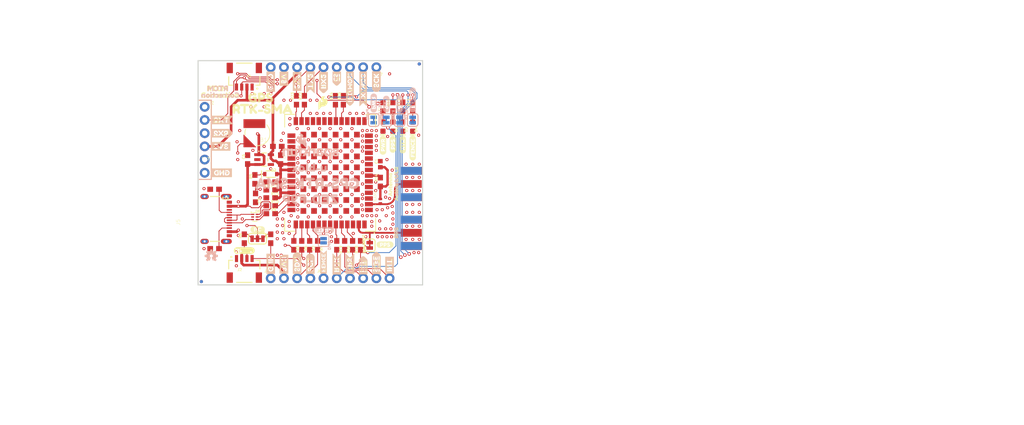
<source format=kicad_pcb>
(kicad_pcb (version 20211014) (generator pcbnew)
  (layers (0 "F.Cu" signal) (1 "In1.Cu" signal) (2 "In2.Cu" signal) (31 "B.Cu" signal) (34 "B.Paste" user) (35 "F.Paste" user) (36 "B.SilkS" user "B.Silkscreen") (37 "F.SilkS" user "F.Silkscreen") (38 "B.Mask" user) (39 "F.Mask" user) (44 "Edge.Cuts" user))
  (net 0 "")
  (net 1 "3.3V")
  (net 2 "GND")
  (net 3 "SCL/SCK")
  (net 4 "SDA/~{CS}")
  (net 5 "~{RESET}")
  (net 6 "TXLV")
  (net 7 "RXLV")
  (net 8 "BACKUP")
  (net 9 "INT")
  (net 10 "PPS_STAT")
  (net 11 "N$5")
  (net 12 "N$8")
  (net 13 "N$2")
  (net 14 "N$4")
  (net 15 "N$6")
  (net 16 "SDA_LV")
  (net 17 "SCL_LV")
  (net 18 "~{SAFE}")
  (net 19 "RXI/MOSI")
  (net 20 "TXO/MISO")
  (net 21 "GPS_ANT1")
  (net 22 "N$10")
  (net 23 "5V")
  (net 24 "N$11")
  (net 25 "N$12")
  (net 26 "D_SEL")
  (net 27 "RTK_STAT")
  (net 28 "FENCE_STAT")
  (net 29 "N$1")
  (net 30 "N$3")
  (net 31 "N$7")
  (net 32 "N$9")
  (net 33 "N$13")
  (net 34 "ANT_VCC")
  (net 35 "D+")
  (net 36 "D-")
  (net 37 "TX2")
  (net 38 "RX2")
  (net 39 "CC1")
  (net 40 "CC2")
  (net 41 "UNP_D+")
  (net 42 "UNP_D-")
  (net 43 "TX2_P")
  (net 44 "N$14")
  (net 45 "N$15")
  (net 46 "N$16")
  (net 47 "PPS")
  (net 48 "N$18")
  (net 49 "N$19")
  (net 50 "N$20")
  (net 51 "N$21")
  (net 52 "N$17")
  (footprint "boardEagle:0603" (layer "F.Cu") (at 154.8511 91.0336 90)
    (fp_text reference "R25")
    (fp_text value "33")
  )
  (footprint "boardEagle:GND-04" (layer "F.Cu") (at 140.8811 89.8906 90)
    (fp_text reference "U$63" hide)
    (fp_text value "" hide)
  )
  (footprint "boardEagle:STAND-OFF" (layer "F.Cu") (at 167.5511 85.9536 90)
    (fp_text reference "JP101" hide)
    (fp_text value "STAND-OFF" hide)
  )
  (footprint "boardEagle:TX21" (layer "F.Cu") (at 148.5011 89.7636 90)
    (fp_text reference "U$50" hide)
    (fp_text value "" hide)
  )
  (footprint "boardEagle:GPS0" (layer "F.Cu") (at 134.9121 90.5256)
    (fp_text reference "U$59" hide)
    (fp_text value "" hide)
  )
  (footprint "boardEagle:SOT23-5" (layer "F.Cu") (at 139.6111 102.4636 -90)
    (fp_text reference "U2")
    (fp_text value "3.3V")
  )
  (footprint "boardEagle:0603" (layer "F.Cu") (at 166.2811 92.3036 90)
    (fp_text reference "R12")
    (fp_text value "1k")
  )
  (footprint "boardEagle:3V3-04" (layer "F.Cu") (at 145.9611 89.7636 90)
    (fp_text reference "U$61" hide)
    (fp_text value "" hide)
  )
  (footprint "boardEagle:GND-04" (layer "F.Cu") (at 140.8811 124.9426 90)
    (fp_text reference "U$8" hide)
    (fp_text value "" hide)
  )
  (footprint "boardEagle:RX22" (layer "F.Cu") (at 128.9431 97.3836)
    (fp_text reference "U$42" hide)
    (fp_text value "" hide)
  )
  (footprint "boardEagle:ORDERING_INSTRUCTIONS" (layer "F.Cu") (at 184.0611 71.9836)
    (fp_text reference "U$2" hide)
    (fp_text value "SPECIAL_INSTRUCTIONS-ORDERING" hide)
  )
  (footprint "boardEagle:0603" (layer "F.Cu") (at 140.8811 109.8296)
    (fp_text reference "R15")
    (fp_text value "100k")
  )
  (footprint "boardEagle:0603" (layer "F.Cu") (at 145.8341 91.0336 90)
    (fp_text reference "R23")
    (fp_text value "33")
  )
  (footprint "boardEagle:0603" (layer "F.Cu") (at 164.3761 92.3036 90)
    (fp_text reference "R11")
    (fp_text value "1k")
  )
  (footprint "boardEagle:RTCM5" (layer "F.Cu") (at 127.6731 88.7476)
    (fp_text reference "U$70" hide)
    (fp_text value "" hide)
  )
  (footprint "boardEagle:CREATIVE_COMMONS" (layer "F.Cu") (at 109.1311 153.2636)
    (fp_text reference "FRAME2" hide)
    (fp_text value "FRAME-LEDGER" hide)
  )
  (footprint "boardEagle:0603" (layer "F.Cu") (at 146.8501 118.9736 -90)
    (fp_text reference "R6")
    (fp_text value "33")
  )
  (footprint "boardEagle:PPS1" (layer "F.Cu") (at 165.0111 118.3386 90)
    (fp_text reference "U$47" hide)
    (fp_text value "" hide)
  )
  (footprint "boardEagle:ML414H_IV01E" (layer "F.Cu") (at 138.3411 97.3836 180)
    (fp_text reference "B1")
    (fp_text value "6.8MM_COIN_CELL" hide)
  )
  (footprint "boardEagle:JST04_1MM_RA" (layer "F.Cu") (at 135.8011 88.4936 180)
    (fp_text reference "J4")
    (fp_text value "Qwiic Right Angle" hide)
  )
  (footprint "boardEagle:0603" (layer "F.Cu") (at 168.1861 92.3036 90)
    (fp_text reference "R13")
    (fp_text value "1k")
  )
  (footprint "boardEagle:LED-0603" (layer "F.Cu") (at 162.4711 96.1136 -90)
    (fp_text reference "LED2")
    (fp_text value "RED")
  )
  (footprint "boardEagle:0603" (layer "F.Cu") (at 153.5811 118.9736 -90)
    (fp_text reference "R19")
    (fp_text value "33")
  )
  (footprint "boardEagle:0603" (layer "F.Cu") (at 156.6291 118.9736 -90)
    (fp_text reference "R18")
    (fp_text value "33")
  )
  (footprint "boardEagle:FENCE2" (layer "F.Cu") (at 168.1861 102.7176 90)
    (fp_text reference "U$11" hide)
    (fp_text value "" hide)
  )
  (footprint "boardEagle:CORRECTION0" (layer "F.Cu") (at 126.5301 90.0176)
    (fp_text reference "U$69" hide)
    (fp_text value "" hide)
  )
  (footprint "boardEagle:RX#MOSI3" (layer "F.Cu") (at 156.1211 92.1766 90)
    (fp_text reference "U$26" hide)
    (fp_text value "" hide)
  )
  (footprint "boardEagle:0603" (layer "F.Cu") (at 137.9601 109.8296 -90)
    (fp_text reference "C3")
    (fp_text value "1.0uF")
  )
  (footprint "boardEagle:PPS0" (layer "F.Cu") (at 164.3761 101.1936 90)
    (fp_text reference "U$52" hide)
    (fp_text value "" hide)
  )
  (footprint "boardEagle:GND3" (layer "F.Cu") (at 129.0701 105.0036)
    (fp_text reference "U$45" hide)
    (fp_text value "" hide)
  )
  (footprint "boardEagle:0603" (layer "F.Cu") (at 142.1511 99.9236)
    (fp_text reference "C4")
    (fp_text value "1.0uF")
  )
  (footprint "boardEagle:0603" (layer "F.Cu") (at 142.7861 102.4636 -90)
    (fp_text reference "C5")
    (fp_text value "0.1uF")
  )
  (footprint "boardEagle:#SAFE1" (layer "F.Cu") (at 161.2011 125.1966 90)
    (fp_text reference "U$39" hide)
    (fp_text value "" hide)
  )
  (footprint "boardEagle:STAND-OFF" (layer "F.Cu") (at 129.4511 85.9536 90)
    (fp_text reference "JP41" hide)
    (fp_text value "STAND-OFF" hide)
  )
  (footprint "boardEagle:0603" (layer "F.Cu") (at 130.0861 108.1786)
    (fp_text reference "R17")
    (fp_text value "5.1k")
  )
  (footprint "boardEagle:0603" (layer "F.Cu") (at 148.3741 118.9736 -90)
    (fp_text reference "R2")
    (fp_text value "33")
  )
  (footprint "boardEagle:RX20" (layer "F.Cu") (at 151.0411 89.7636 90)
    (fp_text reference "U$21" hide)
    (fp_text value "" hide)
  )
  (footprint "boardEagle:5V" (layer "F.Cu") (at 143.4211 88.7476 90)
    (fp_text reference "U$19" hide)
    (fp_text value "" hide)
  )
  (footprint "boardEagle:1X04_NO_SILK" (layer "F.Cu") (at 140.8811 125.3236)
    (fp_text reference "J3")
    (fp_text value "PTH" hide)
  )
  (footprint "boardEagle:SDA-[)" (layer "F.Cu") (at 145.9611 124.9426 90)
    (fp_text reference "U$1" hide)
    (fp_text value "" hide)
  )
  (footprint "boardEagle:ZED-F9P" (layer "F.Cu") (at 152.3111 105.0036 90)
    (fp_text reference "U3")
    (fp_text value "ZED-F9P")
  )
  (footprint "boardEagle:SOD-323" (layer "F.Cu") (at 140.8811 105.2576)
    (fp_text reference "D2")
    (fp_text value "0.5A/40V/420mV")
  )
  (footprint "boardEagle:JST04_1MM_RA" (layer "F.Cu") (at 135.8011 121.5136)
    (fp_text reference "J2")
    (fp_text value "Qwiic Right Angle" hide)
  )
  (footprint "boardEagle:INT8" (layer "F.Cu") (at 163.7411 124.9426 90)
    (fp_text reference "U$15" hide)
    (fp_text value "" hide)
  )
  (footprint "boardEagle:TX23" (layer "F.Cu") (at 128.9431 94.8436)
    (fp_text reference "U$51" hide)
    (fp_text value "" hide)
  )
  (footprint "boardEagle:0603" (layer "F.Cu") (at 137.8331 106.2736 90)
    (fp_text reference "R5")
    (fp_text value "1k")
  )
  (footprint "boardEagle:0603" (layer "F.Cu") (at 140.8811 108.3056)
    (fp_text reference "C7")
    (fp_text value "0.1uF")
  )
  (footprint "boardEagle:SMA-EDGE" (layer "F.Cu") (at 167.9321 116.5606 -90)
    (fp_text reference "E2" hide)
    (fp_text value "SMA" hide)
  )
  (footprint "boardEagle:0402" (layer "F.Cu") (at 161.9631 103.3526 90)
    (fp_text reference "C1")
    (fp_text value "47pF")
  )
  (footprint "boardEagle:SCL-[)" (layer "F.Cu") (at 148.5011 124.9426 90)
    (fp_text reference "U$3" hide)
    (fp_text value "" hide)
  )
  (footprint "boardEagle:0603" (layer "F.Cu") (at 140.8811 106.7816 180)
    (fp_text reference "C2")
    (fp_text value "1.0uF")
  )
  (footprint "boardEagle:PWR-()-03" (layer "F.Cu") (at 162.4711 101.5746 90)
    (fp_text reference "U$18" hide)
    (fp_text value "" hide)
  )
  (footprint "boardEagle:RTK1" (layer "F.Cu") (at 166.2811 101.3206 90)
    (fp_text reference "U$13" hide)
    (fp_text value "" hide)
  )
  (footprint "boardEagle:0603" (layer "F.Cu") (at 136.4361 102.4636 90)
    (fp_text reference "C6")
    (fp_text value "1.0uF")
  )
  (footprint "boardEagle:0603" (layer "F.Cu") (at 155.1051 118.9736 -90)
    (fp_text reference "R20")
    (fp_text value "33")
  )
  (footprint "boardEagle:1X06_NO_SILK" (layer "F.Cu") (at 128.1811 92.3036 -90)
    (fp_text reference "J1")
    (fp_text value "Radio")
  )
  (footprint "boardEagle:PPS0" (layer "F.Cu") (at 161.2011 118.8466)
    (fp_text reference "U$72" hide)
    (fp_text value "" hide)
  )
  (footprint "boardEagle:CS#-_]" (layer "F.Cu") (at 153.5811 88.4936 90)
    (fp_text reference "U$23" hide)
    (fp_text value "" hide)
  )
  (footprint "boardEagle:0603" (layer "F.Cu") (at 145.3261 118.9736 -90)
    (fp_text reference "R3")
    (fp_text value "33")
  )
  (footprint "boardEagle:SMA-EDGE" (layer "F.Cu") (at 167.9321 107.1626 -90)
    (fp_text reference "E1" hide)
    (fp_text value "SMA" hide)
  )
  (footprint "boardEagle:SMT-JUMPER_2_NC_TRACE_SILK" (layer "F.Cu") (at 159.9311 118.9736 90)
    (fp_text reference "PPS0")
    (fp_text value "")
  )
  (footprint "boardEagle:I_SUPER2_C-()-03" (layer "F.Cu") (at 136.9441 115.9256)
    (fp_text reference "U$10" hide)
    (fp_text value "" hide)
  )
  (footprint "boardEagle:LED-0603" (layer "F.Cu") (at 166.2811 96.1136 -90)
    (fp_text reference "D3")
    (fp_text value "GREEN")
  )
  (footprint "boardEagle:0603" (layer "F.Cu") (at 147.3581 91.0336 90)
    (fp_text reference "R22")
    (fp_text value "33")
  )
  (footprint "boardEagle:0603" (layer "F.Cu") (at 162.4711 92.3036 90)
    (fp_text reference "R1")
    (fp_text value "1k")
  )
  (footprint "boardEagle:0603" (layer "F.Cu") (at 161.9631 106.7816 90)
    (fp_text reference "R14")
    (fp_text value "33")
  )
  (footprint "boardEagle:0603" (layer "F.Cu") (at 140.8811 111.3536)
    (fp_text reference "R10")
    (fp_text value "27")
  )
  (footprint "boardEagle:FENCE0" (layer "F.Cu") (at 151.0411 124.8156 90)
    (fp_text reference "U$14" hide)
    (fp_text value "" hide)
  )
  (footprint "boardEagle:MICRO-FIDUCIAL" (layer "F.Cu") (at 169.4561 84.0486 90)
    (fp_text reference "JP21" hide)
    (fp_text value "FIDUCIALUFIDUCIAL" hide)
  )
  (footprint "boardEagle:MICRO-FIDUCIAL" (layer "F.Cu") (at 127.5461 125.9586 90)
    (fp_text reference "JP61" hide)
    (fp_text value "FIDUCIALUFIDUCIAL" hide)
  )
  (footprint "boardEagle:3V3-04" (layer "F.Cu") (at 128.9431 99.9236)
    (fp_text reference "U$66" hide)
    (fp_text value "" hide)
  )
  (footprint "boardEagle:SCK-(]-04" (layer "F.Cu") (at 161.2011 89.5096 90)
    (fp_text reference "U$38" hide)
    (fp_text value "" hide)
  )
  (footprint "boardEagle:0402_MURATA" (layer "F.Cu") (at 161.9631 110.4646 90)
    (fp_text reference "FB1" hide)
    (fp_text value "120NH" hide)
  )
  (footprint "boardEagle:0603" (layer "F.Cu") (at 135.8011 117.7036 90)
    (fp_text reference "R8")
    (fp_text value "2.2k")
  )
  (footprint "boardEagle:0603" (layer "F.Cu") (at 153.3271 91.0336 90)
    (fp_text reference "R24")
    (fp_text value "33")
  )
  (footprint "boardEagle:QWIIC_4MM" (layer "F.Cu") (at 135.8011 119.9896)
    (fp_text reference "U$30" hide)
    (fp_text value "" hide)
  )
  (footprint "boardEagle:RTK1" (layer "F.Cu") (at 153.5811 125.0696 90)
    (fp_text reference "U$29" hide)
    (fp_text value "" hide)
  )
  (footprint "boardEagle:SOT886" (layer "F.Cu") (at 137.8331 113.5126)
    (fp_text reference "D6")
    (fp_text value "PRTR5V0U2F")
  )
  (footprint "boardEagle:USB-C-16P-2LAYER-PADS" (layer "F.Cu") (at 133.2611 113.8936 -90)
    (fp_text reference "J5")
    (fp_text value "")
  )
  (footprint "boardEagle:SFE_LOGO_FLAME_.1" (layer "F.Cu") (at 150.9141 91.5416)
    (fp_text reference "U$33" hide)
    (fp_text value "" hide)
  )
  (footprint "boardEagle:PPS5" (layer "F.Cu") (at 156.1211 124.9426 90)
    (fp_text reference "U$43" hide)
    (fp_text value "" hide)
  )
  (footprint "boardEagle:LED-0603" (layer "F.Cu") (at 168.1861 96.1136 -90)
    (fp_text reference "D4")
    (fp_text value "BLUE")
  )
  (footprint "boardEagle:0603" (layer "F.Cu") (at 130.0861 119.6086)
    (fp_text reference "R16")
    (fp_text value "5.1k")
  )
  (footprint "boardEagle:0603" (layer "F.Cu") (at 149.8981 118.9736 -90)
    (fp_text reference "R4")
    (fp_text value "33")
  )
  (footprint "boardEagle:RTK#SMA4" (layer "F.Cu") (at 131.8641 92.6846)
    (fp_text reference "U$73" hide)
    (fp_text value "" hide)
  )
  (footprint "boardEagle:1X09_NO_SILK" (layer "F.Cu") (at 161.2011 84.6836 180)
    (fp_text reference "J7")
    (fp_text value "")
  )
  (footprint "boardEagle:SMT-JUMPER_3_2-NC_TRACE_SILK" (layer "F.Cu") (at 138.3411 117.7036)
    (fp_text reference "JP5")
    (fp_text value "")
  )
  (footprint "boardEagle:3V3-04" (layer "F.Cu") (at 143.4211 124.9426 90)
    (fp_text reference "U$6" hide)
    (fp_text value "" hide)
  )
  (footprint "boardEagle:0603" (layer "F.Cu") (at 140.8811 117.7036 90)
    (fp_text reference "R7")
    (fp_text value "2.2k")
  )
  (footprint "boardEagle:TX#MISO1" (layer "F.Cu") (at 158.6611 92.3036 90)
    (fp_text reference "U$34" hide)
    (fp_text value "" hide)
  )
  (footprint "boardEagle:0603" (layer "F.Cu") (at 140.8811 112.8776)
    (fp_text reference "R9")
    (fp_text value "27")
  )
  (footprint "boardEagle:STAND-OFF" (layer "F.Cu") (at 167.5511 124.0536 90)
    (fp_text reference "JP91" hide)
    (fp_text value "STAND-OFF" hide)
  )
  (footprint "boardEagle:STAND-OFF" (layer "F.Cu") (at 129.4511 124.0536 90)
    (fp_text reference "JP31" hide)
    (fp_text value "STAND-OFF" hide)
  )
  (footprint "boardEagle:ACTIVE_L1#L21" (layer "F.Cu") (at 165.0111 111.0996 90)
    (fp_text reference "U$65" hide)
    (fp_text value "" hide)
  )
  (footprint "boardEagle:1X06_NO_SILK" (layer "F.Cu") (at 151.0411 125.3236)
    (fp_text reference "J6")
    (fp_text value "")
  )
  (footprint "boardEagle:ANTENNA2" (layer "F.Cu") (at 163.8681 110.2106 90)
    (fp_text reference "U$71" hide)
    (fp_text value "" hide)
  )
  (footprint "boardEagle:LED-0603" (layer "F.Cu") (at 164.3761 96.1136 -90)
    (fp_text reference "D1")
    (fp_text value "Yellow")
  )
  (footprint "boardEagle:#RST3" (layer "F.Cu") (at 158.6611 125.1966 90)
    (fp_text reference "U$35" hide)
    (fp_text value "" hide)
  )
  (footprint "boardEagle:0603" (layer "F.Cu") (at 158.1531 118.9736 -90)
    (fp_text reference "R21")
    (fp_text value "33")
  )
  (footprint "boardEagle:3V3-04" (layer "B.Cu") (at 145.9611 89.7636 90)
    (fp_text reference "U$60" hide)
    (fp_text value "" hide)
  )
  (footprint "boardEagle:3V3-04" (layer "B.Cu") (at 133.6421 99.9236 180)
    (fp_text reference "U$67" hide)
    (fp_text value "" hide)
  )
  (footprint "boardEagle:RTCM5" (layer "B.Cu") (at 133.6421 88.7476 180)
    (fp_text reference "U$48" hide)
    (fp_text value "" hide)
  )
  (footprint "boardEagle:TX21" (layer "B.Cu") (at 148.5011 89.7636 90)
    (fp_text reference "U$55" hide)
    (fp_text value "" hide)
  )
  (footprint "boardEagle:ANTENNA2" (layer "B.Cu") (at 165.0111 104.2416 -90)
    (fp_text reference "U$75" hide)
    (fp_text value "" hide)
  )
  (footprint "boardEagle:SMT-JUMPER_2_NO_SILK" (layer "B.Cu") (at 151.0411 118.0846 90)
    (fp_text reference "SPI0")
    (fp_text value "")
  )
  (footprint "boardEagle:SMT-JUMPER_2_NC_TRACE_SILK" (layer "B.Cu") (at 163.1061 94.8436 -90)
    (fp_text reference "PPS_LED0")
    (fp_text value "")
  )
  (footprint "boardEagle:OSHW-LOGO-MINI" (layer "B.Cu") (at 129.4511 121.0056 180)
    (fp_text reference "LOGO1" hide)
    (fp_text value "OSHW-LOGOMINI" hide)
  )
  (footprint "boardEagle:SCL-[)" (layer "B.Cu") (at 148.5011 124.9426 90)
    (fp_text reference "U$5" hide)
    (fp_text value "" hide)
  )
  (footprint "boardEagle:CORRECTION0" (layer "B.Cu") (at 135.8011 90.0176 180)
    (fp_text reference "U$53" hide)
    (fp_text value "" hide)
  )
  (footprint "boardEagle:DSEL0" (layer "B.Cu") (at 153.0731 116.0526 180)
    (fp_text reference "U$27" hide)
    (fp_text value "" hide)
  )
  (footprint "boardEagle:SMT-JUMPER_2_NC_TRACE_SILK" (layer "B.Cu") (at 165.6461 94.8436 -90)
    (fp_text reference "RTK0")
    (fp_text value "")
  )
  (footprint "boardEagle:3V3-04" (layer "B.Cu") (at 143.4211 124.9426 90)
    (fp_text reference "U$7" hide)
    (fp_text value "" hide)
  )
  (footprint "boardEagle:PPS5" (layer "B.Cu") (at 156.1211 124.9426 90)
    (fp_text reference "U$44" hide)
    (fp_text value "" hide)
  )
  (footprint "boardEagle:PWR-()-03" (layer "B.Cu") (at 160.6931 93.4466 90)
    (fp_text reference "U$12" hide)
    (fp_text value "" hide)
  )
  (footprint "boardEagle:GND-04" (layer "B.Cu") (at 140.8811 124.9426 90)
    (fp_text reference "U$9" hide)
    (fp_text value "" hide)
  )
  (footprint "boardEagle:FENCE2" (layer "B.Cu") (at 168.1861 93.4466 90)
    (fp_text reference "U$54" hide)
    (fp_text value "" hide)
  )
  (footprint "boardEagle:SCK-(]-04" (layer "B.Cu") (at 161.2011 89.5096 90)
    (fp_text reference "U$41" hide)
    (fp_text value "" hide)
  )
  (footprint "boardEagle:5V" (layer "B.Cu") (at 143.4211 88.7476 90)
    (fp_text reference "U$20" hide)
    (fp_text value "" hide)
  )
  (footprint "boardEagle:#RST3" (layer "B.Cu") (at 158.6611 125.1966 90)
    (fp_text reference "U$36" hide)
    (fp_text value "" hide)
  )
  (footprint "boardEagle:MICRO-FIDUCIAL" (layer "B.Cu") (at 169.4561 84.0486 -90)
    (fp_text reference "JP71" hide)
    (fp_text value "FIDUCIALUFIDUCIAL" hide)
  )
  (footprint "boardEagle:RTK1" (layer "B.Cu") (at 153.5811 125.0696 90)
    (fp_text reference "U$28" hide)
    (fp_text value "" hide)
  )
  (footprint "boardEagle:RX20" (layer "B.Cu") (at 151.0411 89.7636 90)
    (fp_text reference "U$56" hide)
    (fp_text value "" hide)
  )
  (footprint "boardEagle:TX#MISO1" (layer "B.Cu") (at 158.6611 92.3036 90)
    (fp_text reference "U$37" hide)
    (fp_text value "" hide)
  )
  (footprint "boardEagle:PPS0" (layer "B.Cu") (at 163.1061 93.4466 90)
    (fp_text reference "U$25" hide)
    (fp_text value "" hide)
  )
  (footprint "boardEagle:CS#-_]" (layer "B.Cu") (at 153.5811 88.4936 90)
    (fp_text reference "U$24" hide)
    (fp_text value "" hide)
  )
  (footprint "boardEagle:FENCE0" (layer "B.Cu") (at 151.0411 124.8156 90)
    (fp_text reference "U$17" hide)
    (fp_text value "" hide)
  )
  (footprint "boardEagle:INT8" (layer "B.Cu") (at 163.7411 124.9426 90)
    (fp_text reference "U$16" hide)
    (fp_text value "" hide)
  )
  (footprint "boardEagle:#SAFE1" (layer "B.Cu") (at 161.2011 125.1966 90)
    (fp_text reference "U$40" hide)
    (fp_text value "" hide)
  )
  (footprint "boardEagle:RTK1" (layer "B.Cu") (at 165.6461 93.4466 90)
    (fp_text reference "U$32" hide)
    (fp_text value "" hide)
  )
  (footprint "boardEagle:TX21" (layer "B.Cu") (at 133.7691 94.8436 180)
    (fp_text reference "U$57" hide)
    (fp_text value "" hide)
  )
  (footprint "boardEagle:ZED#F9P6" (layer "B.Cu") (at 155.3591 110.0836 180)
    (fp_text reference "U$49" hide)
    (fp_text value "" hide)
  )
  (footprint "boardEagle:SMT-JUMPER_2_NC_TRACE_SILK" (layer "B.Cu") (at 168.1861 94.8436 -90)
    (fp_text reference "FENCE0")
    (fp_text value "")
  )
  (footprint "boardEagle:RX20" (layer "B.Cu") (at 133.6421 97.3836 180)
    (fp_text reference "U$58" hide)
    (fp_text value "" hide)
  )
  (footprint "boardEagle:MICRO-FIDUCIAL" (layer "B.Cu") (at 127.5461 125.9586 -90)
    (fp_text reference "JP81" hide)
    (fp_text value "FIDUCIALUFIDUCIAL" hide)
  )
  (footprint "boardEagle:GPS#RTK#SMA5" (layer "B.Cu") (at 159.8041 107.0356 180)
    (fp_text reference "U$76" hide)
    (fp_text value "" hide)
  )
  (footprint "boardEagle:SMT-JUMPER_2_NC_TRACE_SILK" (layer "B.Cu") (at 160.6931 94.8436 -90)
    (fp_text reference "PWR0")
    (fp_text value "")
  )
  (footprint "boardEagle:RX#MOSI3" (layer "B.Cu") (at 156.1211 92.1766 90)
    (fp_text reference "U$31" hide)
    (fp_text value "" hide)
  )
  (footprint "boardEagle:SDA-[)" (layer "B.Cu") (at 145.9611 124.9426 90)
    (fp_text reference "U$4" hide)
    (fp_text value "" hide)
  )
  (footprint "boardEagle:PPS1" (layer "B.Cu") (at 165.0111 114.7826 -90)
    (fp_text reference "U$74" hide)
    (fp_text value "" hide)
  )
  (footprint "boardEagle:SFE_LOGO_NAME_FLAME_.1" (layer "B.Cu") (at 148.5011 101.1936 180)
    (fp_text reference "LOGO2" hide)
    (fp_text value "SFE_LOGO_NAME_FLAME.1_INCH" hide)
  )
  (footprint "boardEagle:U#BLOX3" (layer "B.Cu") (at 153.0731 103.9876 180)
    (fp_text reference "U$22" hide)
    (fp_text value "" hide)
  )
  (footprint "boardEagle:GND-04" (layer "B.Cu") (at 140.8811 89.8906 90)
    (fp_text reference "U$62" hide)
    (fp_text value "" hide)
  )
  (footprint "boardEagle:GND3" (layer "B.Cu") (at 133.8961 105.0036 180)
    (fp_text reference "U$68" hide)
    (fp_text value "" hide)
  )
  (gr_line (start 129.4511 106.2736) (end 126.9111 106.2736) (layer "B.SilkS") (width 0.2032))
  (gr_line (start 129.4511 91.0336) (end 129.4511 106.2736) (layer "B.SilkS") (width 0.2032))
  (gr_line (start 126.9111 91.0336) (end 129.4511 91.0336) (layer "B.SilkS") (width 0.2032))
  (gr_line (start 126.9111 91.0336) (end 129.4511 91.0336) (layer "F.SilkS") (width 0.2032))
  (gr_line (start 129.4511 91.0336) (end 129.4511 106.2736) (layer "F.SilkS") (width 0.2032))
  (gr_line (start 129.4511 106.2736) (end 126.9111 106.2736) (layer "F.SilkS") (width 0.2032))
  (gr_line (start 126.9111 83.4136) (end 170.0911 83.4136) (layer "Edge.Cuts") (width 0.2032))
  (gr_line (start 170.0911 83.4136) (end 170.0911 126.5936) (layer "Edge.Cuts") (width 0.2032))
  (gr_line (start 170.0911 126.5936) (end 126.9111 126.5936) (layer "Edge.Cuts") (width 0.2032))
  (gr_line (start 126.9111 126.5936) (end 126.9111 83.4136) (layer "Edge.Cuts") (width 0.2032))
  (segment (start 144.8611 104.4536) (end 142.8281 104.4536) (width 0.508) (layer "F.Cu") (net 1))
  (segment (start 141.3011 100.7736) (end 141.3011 99.9236) (width 0.508) (layer "F.Cu") (net 1))
  (segment (start 144.8611 103.3536) (end 142.8261 103.3536) (width 0.508) (layer "F.Cu") (net 1))
  (segment (start 142.1511 122.7836) (end 135.6741 122.7836) (width 0.508) (layer "F.Cu") (net 1))
  (segment (start 142.8261 108.8536) (end 142.7861 108.8136) (width 0.508) (layer "F.Cu") (net 1))
  (segment (start 138.3411 117.7036) (end 138.3411 115.6716) (width 0.1524) (layer "F.Cu") (net 1))
  (segment (start 136.3011 88.4936) (end 136.3011 90.8986) (width 0.508) (layer "F.Cu") (net 1))
  (segment (start 142.5321 109.8296) (end 142.7861 109.5756) (width 0.508) (layer "F.Cu") (net 1))
  (segment (start 151.0411 91.0336) (end 149.7711 89.7636) (width 0.1524) (layer "F.Cu") (net 1))
  (segment (start 140.9112 101.5136) (end 140.9112 102.2397) (width 0.508) (layer "F.Cu") (net 1))
  (segment (start 136.4361 91.0336) (end 141.3011 91.0336) (width 0.508) (layer "F.Cu") (net 1))
  (segment (start 143.4211 124.0536) (end 142.1511 122.7836) (width 0.508) (layer "F.Cu") (net 1))
  (segment (start 143.4211 125.3236) (end 143.4211 124.0536) (width 0.508) (layer "F.Cu") (net 1))
  (segment (start 135.3011 121.5136) (end 135.3011 120.2516) (width 0.508) (layer "F.Cu") (net 1))
  (segment (start 135.3011 120.2516) (end 135.1661 120.1166) (width 0.508) (layer "F.Cu") (net 1))
  (segment (start 140.9112 101.1635) (end 141.3011 100.7736) (width 0.508) (layer "F.Cu") (net 1))
  (segment (start 141.3011 90.6136) (end 145.9611 85.9536) (width 0.508) (layer "F.Cu") (net 1))
  (segment (start 144.8611 108.8536) (end 142.8261 108.8536) (width 0.508) (layer "F.Cu") (net 1))
  (segment (start 138.3411 115.6716) (end 137.8331 115.1636) (width 0.1524) (layer "F.Cu") (net 1))
  (segment (start 141.8971 102.7176) (end 142.4931 103.3136) (width 0.508) (layer "F.Cu") (net 1))
  (segment (start 141.7311 106.7816) (end 142.7861 106.7816) (width 0.508) (layer "F.Cu") (net 1))
  (segment (start 142.8261 103.3536) (end 142.7861 103.3136) (width 0.508) (layer "F.Cu") (net 1))
  (segment (start 142.7861 108.3056) (end 142.7861 106.7816) (width 0.508) (layer "F.Cu") (net 1))
  (segment (start 141.3011 99.9236) (end 141.3011 91.0336) (width 0.508) (layer "F.Cu") (net 1))
  (segment (start 141.3891 102.7176) (end 141.8971 102.7176) (width 0.508) (layer "F.Cu") (net 1))
  (segment (start 142.7861 108.8136) (end 142.7861 108.3056) (width 0.508) (layer "F.Cu") (net 1))
  (segment (start 151.0411 91.0336) (end 158.6611 91.0336) (width 0.1524) (layer "F.Cu") (net 1))
  (segment (start 142.8281 104.4536) (end 142.7861 104.4956) (width 0.508) (layer "F.Cu") (net 1))
  (segment (start 135.6741 122.7836) (end 135.3011 122.4106) (width 0.508) (layer "F.Cu") (net 1))
  (segment (start 142.7861 104.4956) (end 142.7861 103.3136) (width 0.508) (layer "F.Cu") (net 1))
  (segment (start 159.8041 92.1766) (end 159.8041 92.3036) (width 0.1524) (layer "F.Cu") (net 1))
  (segment (start 140.9112 101.5136) (end 140.9112 101.1635) (width 0.508) (layer "F.Cu") (net 1))
  (segment (start 135.3011 122.4106) (end 135.3011 121.5136) (width 0.508) (layer "F.Cu") (net 1))
  (segment (start 142.7861 105.2156) (end 142.7861 104.4956) (width 0.508) (layer "F.Cu") (net 1))
  (segment (start 142.7861 105.2156) (end 142.0311 105.2156) (width 0.508) (layer "F.Cu") (net 1))
  (segment (start 141.7311 108.3056) (end 142.7861 108.3056) (width 0.508) (layer "F.Cu") (net 1))
  (segment (start 142.4931 103.3136) (end 142.7861 103.3136) (width 0.508) (layer "F.Cu") (net 1))
  (segment (start 130.7211 99.9236) (end 133.2611 97.3836) (width 0.508) (layer "F.Cu") (net 1))
  (segment (start 133.2611 97.3836) (end 133.2611 92.3036) (width 0.508) (layer "F.Cu") (net 1))
  (segment (start 149.7711 89.7636) (end 149.7711 87.2236) (width 0.1524) (layer "F.Cu") (net 1))
  (segment (start 134.5311 91.0336) (end 136.4361 91.0336) (width 0.508) (layer "F.Cu") (net 1))
  (segment (start 145.9611 85.9536) (end 145.9611 84.6836) (width 0.508) (layer "F.Cu") (net 1))
  (segment (start 142.7861 106.7816) (end 142.7861 105.2156) (width 0.508) (layer "F.Cu") (net 1))
  (segment (start 140.9112 102.2397) (end 141.3891 102.7176) (width 0.508) (layer "F.Cu") (net 1))
  (segment (start 136.3011 90.8986) (end 136.4361 91.0336) (width 0.508) (layer "F.Cu") (net 1))
  (segment (start 141.3011 91.0336) (end 141.3011 90.6136) (width 0.508) (layer "F.Cu") (net 1))
  (segment (start 142.0311 105.2156) (end 142.0311 105.2576) (width 0.508) (layer "F.Cu") (net 1))
  (segment (start 142.7861 109.5756) (end 142.7861 108.8136) (width 0.508) (layer "F.Cu") (net 1))
  (segment (start 141.7311 109.8296) (end 142.5321 109.8296) (width 0.508) (layer "F.Cu") (net 1))
  (segment (start 158.6611 91.0336) (end 159.8041 92.1766) (width 0.1524) (layer "F.Cu") (net 1))
  (segment (start 137.8331 115.1636) (end 136.3091 115.1636) (width 0.1524) (layer "F.Cu") (net 1))
  (segment (start 128.1811 99.9236) (end 130.7211 99.9236) (width 0.508) (layer "F.Cu") (net 1))
  (segment (start 133.2611 92.3036) (end 134.5311 91.0336) (width 0.508) (layer "F.Cu") (net 1))
  (via blind (at 159.8041 92.3036) (size 0.6858) (drill 0.381) (layers "F.Cu" "In1.Cu") (net 1))
  (via blind (at 135.1661 120.1166) (size 0.6096) (drill 0.3048) (layers "F.Cu" "In1.Cu") (net 1))
  (via blind (at 136.3091 115.1636) (size 0.6096) (drill 0.3048) (layers "F.Cu" "In1.Cu") (net 1))
  (via blind (at 149.7711 87.2236) (size 0.6096) (drill 0.3048) (layers "F.Cu" "In1.Cu") (net 1))
  (segment (start 143.0011 100.6366) (end 142.7861 100.8516) (width 0.3048) (layer "F.Cu") (net 2))
  (segment (start 142.7861 100.8516) (end 142.7861 101.6136) (width 0.3048) (layer "F.Cu") (net 2))
  (segment (start 143.0011 99.9236) (end 143.0011 100.6366) (width 0.3048) (layer "F.Cu") (net 2))
  (via blind (at 159.1691 117.3226) (size 0.6096) (drill 0.3048) (layers "F.Cu" "In1.Cu") (net 2))
  (via blind (at 168.1861 105.8926) (size 0.6096) (drill 0.3048) (layers "F.Cu" "In1.Cu") (net 2))
  (via blind (at 156.5021 111.3536) (size 0.6096) (drill 0.3048) (layers "F.Cu" "In1.Cu") (net 2))
  (via blind (at 139.6111 92.3036) (size 0.6096) (drill 0.3048) (layers "F.Cu" "In1.Cu") (net 2))
  (via blind (at 161.0741 108.4326) (size 0.6096) (drill 0.3048) (layers "F.Cu" "In1.Cu") (net 2))
  (via blind (at 146.0881 109.1946) (size 0.6096) (drill 0.3048) (layers "F.Cu" "In1.Cu") (net 2))
  (via blind (at 142.1511 120.8786) (size 0.6096) (drill 0.3048) (layers "F.Cu" "In1.Cu") (net 2))
  (via blind (at 163.2331 102.4636) (size 0.6096) (drill 0.3048) (layers "F.Cu" "In1.Cu") (net 2))
  (via blind (at 156.7561 116.6876) (size 0.6096) (drill 0.3048) (layers "F.Cu" "In1.Cu") (net 2))
  (via blind (at 144.4371 116.6876) (size 0.6096) (drill 0.3048) (layers "F.Cu" "In1.Cu") (net 2))
  (via blind (at 164.3761 114.9096) (size 0.6096) (drill 0.3048) (layers "F.Cu" "In1.Cu") (net 2))
  (via blind (at 146.0881 107.0356) (size 0.6096) (drill 0.3048) (layers "F.Cu" "In1.Cu") (net 2))
  (via blind (at 152.3111 116.4336) (size 0.6096) (drill 0.3048) (layers "F.Cu" "In1.Cu") (net 2))
  (via blind (at 146.0881 98.6536) (size 0.6096) (drill 0.3048) (layers "F.Cu" "In1.Cu") (net 2))
  (via blind (at 144.8181 113.2586) (size 0.6096) (drill 0.3048) (layers "F.Cu" "In1.Cu") (net 2))
  (via blind (at 143.2941 97.3836) (size 0.6096) (drill 0.3048) (layers "F.Cu" "In1.Cu") (net 2))
  (via blind (at 142.9131 120.8786) (size 0.6096) (drill 0.3048) (layers "F.Cu" "In1.Cu") (net 2))
  (via blind (at 164.3761 113.8936) (size 0.6096) (drill 0.3048) (layers "F.Cu" "In1.Cu") (net 2))
  (via blind (at 134.2771 120.2436) (size 0.6096) (drill 0.3048) (layers "F.Cu" "In1.Cu") (net 2))
  (via blind (at 148.1201 109.1946) (size 0.6096) (drill 0.3048) (layers "F.Cu" "In1.Cu") (net 2))
  (via blind (at 148.1201 107.1626) (size 0.6096) (drill 0.3048) (layers "F.Cu" "In1.Cu") (net 2))
  (via blind (at 143.4211 91.0336) (size 0.6096) (drill 0.3048) (layers "F.Cu" "In1.Cu") (net 2))
  (via blind (at 150.2791 111.3536) (size 0.6096) (drill 0.3048) (layers "F.Cu" "In1.Cu") (net 2))
  (via blind (at 152.3111 93.5736) (size 0.6096) (drill 0.3048) (layers "F.Cu" "In1.Cu") (net 2))
  (via blind (at 156.1211 93.5736) (size 0.6096) (drill 0.3048) (layers "F.Cu" "In1.Cu") (net 2))
  (via blind (at 144.5641 95.7326) (size 0.6096) (drill 0.3048) (layers "F.Cu" "In1.Cu") (net 2))
  (via blind (at 161.4551 117.3226) (size 0.6096) (drill 0.3048) (layers "F.Cu" "In1.Cu") (net 2))
  (via blind (at 152.3111 109.1946) (size 0.6096) (drill 0.3048) (layers "F.Cu" "In1.Cu") (net 2))
  (via blind (at 150.2791 113.5126) (size 0.6096) (drill 0.3048) (layers "F.Cu" "In1.Cu") (net 2))
  (via blind (at 156.5021 109.1946) (size 0.6096) (drill 0.3048) (layers "F.Cu" "In1.Cu") (net 2))
  (via blind (at 135.4201 113.8936) (size 0.6096) (drill 0.3048) (layers "F.Cu" "In1.Cu") (net 2))
  (via blind (at 137.3251 89.7636) (size 0.6096) (drill 0.3048) (layers "F.Cu" "In1.Cu") (net 2))
  (via blind (at 159.4231 96.8756) (size 0.6096) (drill 0.3048) (layers "F.Cu" "In1.Cu") (net 2))
  (via blind (at 168.1861 117.8306) (size 0.6096) (drill 0.3048) (layers "F.Cu" "In1.Cu") (net 2))
  (via blind (at 167.0431 111.0996) (size 0.6096) (drill 0.3048) (layers "F.Cu" "In1.Cu") (net 2))
  (via blind (at 137.4521 100.6856) (size 0.6096) (drill 0.3048) (layers "F.Cu" "In1.Cu") (net 2))
  (via blind (at 146.0881 112.1156) (size 0.6096) (drill 0.3048) (layers "F.Cu" "In1.Cu") (net 2))
  (via blind (at 148.5011 91.0336) (size 0.6096) (drill 0.3048) (layers "F.Cu" "In1.Cu") (net 2))
  (via blind (at 168.1861 115.2906) (size 0.6096) (drill 0.3048) (layers "F.Cu" "In1.Cu") (net 2))
  (via blind (at 169.4561 111.0996) (size 0.6096) (drill 0.3048) (layers "F.Cu" "In1.Cu") (net 2))
  (via blind (at 142.1511 113.8936) (size 0.6096) (drill 0.3048) (layers "F.Cu" "In1.Cu") (net 2))
  (via blind (at 161.2011 97.8916) (size 0.6096) (drill 0.3048) (layers "F.Cu" "In1.Cu") (net 2))
  (via blind (at 134.5311 102.4636) (size 0.6096) (drill 0.3048) (layers "F.Cu" "In1.Cu") (net 2))
  (via blind (at 150.2791 107.1626) (size 0.6096) (drill 0.3048) (layers "F.Cu" "In1.Cu") (net 2))
  (via blind (at 143.1671 116.5606) (size 0.6096) (drill 0.3048) (layers "F.Cu" "In1.Cu") (net 2))
  (via blind (at 148.1201 111.3536) (size 0.6096) (drill 0.3048) (layers "F.Cu" "In1.Cu") (net 2))
  (via blind (at 152.3111 98.6536) (size 0.6096) (drill 0.3048) (layers "F.Cu" "In1.Cu") (net 2))
  (via blind (at 146.0881 107.7976) (size 0.6096) (drill 0.3048) (layers "F.Cu" "In1.Cu") (net 2))
  (via blind (at 156.5021 98.6536) (size 0.6096) (drill 0.3048) (layers "F.Cu" "In1.Cu") (net 2))
  (via blind (at 144.5641 94.5896) (size 0.6096) (drill 0.3048) (layers "F.Cu" "In1.Cu") (net 2))
  (via blind (at 156.5021 96.4946) (size 0.6096) (drill 0.3048) (layers "F.Cu" "In1.Cu") (net 2))
  (via blind (at 169.3291 97.7646) (size 0.6096) (drill 0.3048) (layers "F.Cu" "In1.Cu") (net 2))
  (via blind (at 156.5021 102.8446) (size 0.6096) (drill 0.3048) (layers "F.Cu" "In1.Cu") (net 2))
  (via blind (at 152.3111 100.8126) (size 0.6096) (drill 0.3048) (layers "F.Cu" "In1.Cu") (net 2))
  (via blind (at 161.3281 112.1156) (size 0.6096) (drill 0.3048) (layers "F.Cu" "In1.Cu") (net 2))
  (via blind (at 139.6111 99.9236) (size 0.6096) (drill 0.3048) (layers "F.Cu" "In1.Cu") (net 2))
  (via blind (at 134.2771 122.9106) (size 0.6096) (drill 0.3048) (layers "F.Cu" "In1.Cu") (net 2))
  (via blind (at 154.3431 100.8126) (size 0.6096) (drill 0.3048) (layers "F.Cu" "In1.Cu") (net 2))
  (via blind (at 148.1201 105.0036) (size 0.6096) (drill 0.3048) (layers "F.Cu" "In1.Cu") (net 2))
  (via blind (at 163.7411 109.9566) (size 0.6096) (drill 0.3048) (layers "F.Cu" "In1.Cu") (net 2))
  (via blind (at 150.2791 109.1946) (size 0.6096) (drill 0.3048) (layers "F.Cu" "In1.Cu") (net 2))
  (via blind (at 167.0431 112.6236) (size 0.6096) (drill 0.3048) (layers "F.Cu" "In1.Cu") (net 2))
  (via blind (at 128.0541 119.6086) (size 0.6096) (drill 0.3048) (layers "F.Cu" "In1.Cu") (net 2))
  (via blind (at 143.1671 115.1636) (size 0.6096) (drill 0.3048) (layers "F.Cu" "In1.Cu") (net 2))
  (via blind (at 158.5341 102.8446) (size 0.6096) (drill 0.3048) (layers "F.Cu" "In1.Cu") (net 2))
  (via blind (at 152.3111 96.4946) (size 0.6096) (drill 0.3048) (layers "F.Cu" "In1.Cu") (net 2))
  (via blind (at 158.6611 93.5736) (size 0.6096) (drill 0.3048) (layers "F.Cu" "In1.Cu") (net 2))
  (via blind (at 169.4561 103.3526) (size 0.6096) (drill 0.3048) (layers "F.Cu" "In1.Cu") (net 2))
  (via blind (at 160.3121 96.8756) (size 0.6096) (drill 0.3048) (layers "F.Cu" "In1.Cu") (net 2))
  (via blind (at 160.3121 113.2586) (size 0.6096) (drill 0.3048) (layers "F.Cu" "In1.Cu") (net 2))
  (via blind (at 166.9161 103.3526) (size 0.6096) (drill 0.3048) (layers "F.Cu" "In1.Cu") (net 2))
  (via blind (at 144.6911 91.0336) (size 0.6096) (drill 0.3048) (layers "F.Cu" "In1.Cu") (net 2))
  (via blind (at 150.2791 100.8126) (size 0.6096) (drill 0.3048) (layers "F.Cu" "In1.Cu") (net 2))
  (via blind (at 156.5021 107.1626) (size 0.6096) (drill 0.3048) (layers "F.Cu" "In1.Cu") (net 2))
  (via blind (at 161.8361 115.7986) (size 0.6096) (drill 0.3048) (layers "F.Cu" "In1.Cu") (net 2))
  (via blind (at 152.5651 117.3226) (size 0.6096) (drill 0.3048) (layers "F.Cu" "In1.Cu") (net 2))
  (via blind (at 164.3761 112.7506) (size 0.6096) (drill 0.3048) (layers "F.Cu" "In1.Cu") (net 2))
  (via blind (at 169.4561 112.6236) (size 0.6096) (drill 0.3048) (layers "F.Cu" "In1.Cu") (net 2))
  (via blind (at 148.1201 98.6536) (size 0.6096) (drill 0.3048) (layers "F.Cu" "In1.Cu") (net 2))
  (via blind (at 144.4371 114.4016) (size 0.6096) (drill 0.3048) (layers "F.Cu" "In1.Cu") (net 2))
  (via blind (at 159.4231 113.2586) (size 0.6096) (drill 0.3048) (layers "F.Cu" "In1.Cu") (net 2))
  (via blind (at 149.7711 91.0336) (size 0.6096) (drill 0.3048) (layers "F.Cu" "In1.Cu") (net 2))
  (via blind (at 150.2791 98.6536) (size 0.6096) (drill 0.3048) (layers "F.Cu" "In1.Cu") (net 2))
  (via blind (at 142.1511 116.4336) (size 0.6096) (drill 0.3048) (layers "F.Cu" "In1.Cu") (net 2))
  (via blind (at 169.4561 105.8926) (size 0.6096) (drill 0.3048) (layers "F.Cu" "In1.Cu") (net 2))
  (via blind (at 143.4211 112.6236) (size 0.6096) (drill 0.3048) (layers "F.Cu" "In1.Cu") (net 2))
  (via blind (at 167.0431 105.8926) (size 0.6096) (drill 0.3048) (layers "F.Cu" "In1.Cu") (net 2))
  (via blind (at 156.5021 105.0036) (size 0.6096) (drill 0.3048) (layers "F.Cu" "In1.Cu") (net 2))
  (via blind (at 158.5341 109.9566) (size 0.6096) (drill 0.3048) (layers "F.Cu" "In1.Cu") (net 2))
  (via blind (at 150.2791 102.8446) (size 0.6096) (drill 0.3048) (layers "F.Cu" "In1.Cu") (net 2))
  (via blind (at 158.5341 100.8126) (size 0.6096) (drill 0.3048) (layers "F.Cu" "In1.Cu") (net 2))
  (via blind (at 146.0881 103.0986) (size 0.6096) (drill 0.3048) (layers "F.Cu" "In1.Cu") (net 2))
  (via blind (at 161.2011 113.2586) (size 0.6096) (drill 0.3048) (layers "F.Cu" "In1.Cu") (net 2))
  (via blind (at 167.0431 115.2906) (size 0.6096) (drill 0.3048) (layers "F.Cu" "In1.Cu") (net 2))
  (via blind (at 164.2491 104.4956) (size 0.6096) (drill 0.3048) (layers "F.Cu" "In1.Cu") (net 2))
  (via blind (at 154.3431 96.4946) (size 0.6096) (drill 0.3048) (layers "F.Cu" "In1.Cu") (net 2))
  (via blind (at 143.5481 107.7976) (size 0.6096) (drill 0.3048) (layers "F.Cu" "In1.Cu") (net 2))
  (via blind (at 161.2011 99.7966) (size 0.6096) (drill 0.3048) (layers "F.Cu" "In1.Cu") (net 2))
  (via blind (at 146.0881 105.0036) (size 0.6096) (drill 0.3048) (layers "F.Cu" "In1.Cu") (net 2))
  (via blind (at 158.5341 112.1156) (size 0.6096) (drill 0.3048) (layers "F.Cu" "In1.Cu") (net 2))
  (via blind (at 142.9131 98.7806) (size 0.6096) (drill 0.3048) (layers "F.Cu" "In1.Cu") (net 2))
  (via blind (at 169.3291 120.3706) (size 0.6096) (drill 0.3048) (layers "F.Cu" "In1.Cu") (net 2))
  (via blind (at 168.1861 112.6236) (size 0.6096) (drill 0.3048) (layers "F.Cu" "In1.Cu") (net 2))
  (via blind (at 152.3111 107.1626) (size 0.6096) (drill 0.3048) (layers "F.Cu" "In1.Cu") (net 2))
  (via blind (at 158.5341 98.9076) (size 0.6096) (drill 0.3048) (layers "F.Cu" "In1.Cu") (net 2))
  (via blind (at 167.0431 108.4326) (size 0.6096) (drill 0.3048) (layers "F.Cu" "In1.Cu") (net 2))
  (via blind (at 134.4041 99.0346) (size 0.6096) (drill 0.3048) (layers "F.Cu" "In1.Cu") (net 2))
  (via blind (at 154.3431 107.1626) (size 0.6096) (drill 0.3048) (layers "F.Cu" "In1.Cu") (net 2))
  (via blind (at 169.4561 115.2906) (size 0.6096) (drill 0.3048) (layers "F.Cu" "In1.Cu") (net 2))
  (via blind (at 163.3601 98.0186) (size 0.6096) (drill 0.3048) (layers "F.Cu" "In1.Cu") (net 2))
  (via blind (at 154.3431 109.1946) (size 0.6096) (drill 0.3048) (layers "F.Cu" "In1.Cu") (net 2))
  (via blind (at 158.5341 105.0036) (size 0.6096) (drill 0.3048) (layers "F.Cu" "In1.Cu") (net 2))
  (via blind (at 148.1201 102.8446) (size 0.6096) (drill 0.3048) (layers "F.Cu" "In1.Cu") (net 2))
  (via blind (at 154.3431 113.5126) (size 0.6096) (drill 0.3048) (layers "F.Cu" "In1.Cu") (net 2))
  (via blind (at 160.3121 114.4016) (size 0.6096) (drill 0.3048) (layers "F.Cu" "In1.Cu") (net 2))
  (via blind (at 169.4561 117.8306) (size 0.6096) (drill 0.3048) (layers "F.Cu" "In1.Cu") (net 2))
  (via blind (at 156.5021 100.8126) (size 0.6096) (drill 0.3048) (layers "F.Cu" "In1.Cu") (net 2))
  (via blind (at 158.5341 96.8756) (size 0.6096) (drill 0.3048) (layers "F.Cu" "In1.Cu") (net 2))
  (via blind (at 142.1511 117.7036) (size 0.6096) (drill 0.3048) (layers "F.Cu" "In1.Cu") (net 2))
  (via blind (at 144.4371 115.2906) (size 0.6096) (drill 0.3048) (layers "F.Cu" "In1.Cu") (net 2))
  (via blind (at 164.2491 111.4806) (size 0.6096) (drill 0.3048) (layers "F.Cu" "In1.Cu") (net 2))
  (via blind (at 163.1061 113.2586) (size 0.6096) (drill 0.3048) (layers "F.Cu" "In1.Cu") (net 2))
  (via blind (at 161.2011 96.8756) (size 0.6096) (drill 0.3048) (layers "F.Cu" "In1.Cu") (net 2))
  (via blind (at 161.2011 100.6856) (size 0.6096) (drill 0.3048) (layers "F.Cu" "In1.Cu") (net 2))
  (via blind (at 148.1201 100.8126) (size 0.6096) (drill 0.3048) (layers "F.Cu" "In1.Cu") (net 2))
  (via blind (at 142.1511 115.1636) (size 0.6096) (drill 0.3048) (layers "F.Cu" "In1.Cu") (net 2))
  (via blind (at 150.2791 105.0036) (size 0.6096) (drill 0.3048) (layers "F.Cu" "In1.Cu") (net 2))
  (via blind (at 163.3601 111.7346) (size 0.6096) (drill 0.3048) (layers "F.Cu" "In1.Cu") (net 2))
  (via blind (at 154.3431 98.6536) (size 0.6096) (drill 0.3048) (layers "F.Cu" "In1.Cu") (net 2))
  (via blind (at 134.6581 110.5916) (size 0.6096) (drill 0.3048) (layers "F.Cu" "In1.Cu") (net 2))
  (via blind (at 143.1671 113.8936) (size 0.6096) (drill 0.3048) (layers "F.Cu" "In1.Cu") (net 2))
  (via blind (at 162.3441 112.1156) (size 0.6096) (drill 0.3048) (layers "F.Cu" "In1.Cu") (net 2))
  (via blind (at 158.4071 111.2266) (size 0.6096) (drill 0.3048) (layers "F.Cu" "In1.Cu") (net 2))
  (via blind (at 162.9791 108.6866) (size 0.6096) (drill 0.3048) (layers "F.Cu" "In1.Cu") (net 2))
  (via blind (at 146.0881 111.2266) (size 0.6096) (drill 0.3048) (layers "F.Cu" "In1.Cu") (net 2))
  (via blind (at 158.5341 97.8916) (size 0.6096) (drill 0.3048) (layers "F.Cu" "In1.Cu") (net 2))
  (via blind (at 149.7711 93.5736) (size 0.6096) (drill 0.3048) (layers "F.Cu" "In1.Cu") (net 2))
  (via blind (at 152.3111 105.0036) (size 0.6096) (drill 0.3048) (layers "F.Cu" "In1.Cu") (net 2))
  (via blind (at 148.1201 113.5126) (size 0.6096) (drill 0.3048) (layers "F.Cu" "In1.Cu") (net 2))
  (via blind (at 146.0881 113.5126) (size 0.6096) (drill 0.3048) (layers "F.Cu" "In1.Cu") (net 2))
  (via blind (at 128.0541 108.0516) (size 0.6096) (drill 0.3048) (layers "F.Cu" "In1.Cu") (net 2))
  (via blind (at 134.6581 117.0686) (size 0.6096) (drill 0.3048) (layers "F.Cu" "In1.Cu") (net 2))
  (via blind (at 169.4561 108.4326) (size 0.6096) (drill 0.3048) (layers "F.Cu" "In1.Cu") (net 2))
  (via blind (at 166.9161 117.8306) (size 0.6096) (drill 0.3048) (layers "F.Cu" "In1.Cu") (net 2))
  (via blind (at 163.2331 117.3226) (size 0.6096) (drill 0.3048) (layers "F.Cu" "In1.Cu") (net 2))
  (via blind (at 154.3431 102.8446) (size 0.6096) (drill 0.3048) (layers "F.Cu" "In1.Cu") (net 2))
  (via blind (at 152.5651 118.2116) (size 0.6096) (drill 0.3048) (layers "F.Cu" "In1.Cu") (net 2))
  (via blind (at 158.5341 109.1946) (size 0.6096) (drill 0.3048) (layers "F.Cu" "In1.Cu") (net 2))
  (via blind (at 152.3111 113.5126) (size 0.6096) (drill 0.3048) (layers "F.Cu" "In1.Cu") (net 2))
  (via blind (at 137.0711 92.3036) (size 0.6096) (drill 0.3048) (layers "F.Cu" "In1.Cu") (net 2))
  (via blind (at 160.3121 115.2906) (size 0.6096) (drill 0.3048) (layers "F.Cu" "In1.Cu") (net 2))
  (via blind (at 168.4401 120.3706) (size 0.6096) (drill 0.3048) (layers "F.Cu" "In1.Cu") (net 2))
  (via blind (at 161.0741 106.7816) (size 0.6096) (drill 0.3048) (layers "F.Cu" "In1.Cu") (net 2))
  (via blind (at 162.3441 117.3226) (size 0.6096) (drill 0.3048) (layers "F.Cu" "In1.Cu") (net 2))
  (via blind (at 134.9121 96.8756) (size 0.6096) (drill 0.3048) (layers "F.Cu" "In1.Cu") (net 2))
  (via blind (at 148.1201 96.4946) (size 0.6096) (drill 0.3048) (layers "F.Cu" "In1.Cu") (net 2))
  (via blind (at 156.5021 113.5126) (size 0.6096) (drill 0.3048) (layers "F.Cu" "In1.Cu") (net 2))
  (via blind (at 152.3111 111.3536) (size 0.6096) (drill 0.3048) (layers "F.Cu" "In1.Cu") (net 2))
  (via blind (at 154.3431 105.0036) (size 0.6096) (drill 0.3048) (layers "F.Cu" "In1.Cu") (net 2))
  (via blind (at 150.2791 96.4946) (size 0.6096) (drill 0.3048) (layers "F.Cu" "In1.Cu") (net 2))
  (via blind (at 164.1221 117.3226) (size 0.6096) (drill 0.3048) (layers "F.Cu" "In1.Cu") (net 2))
  (via blind (at 139.6111 89.7636) (size 0.6096) (drill 0.3048) (layers "F.Cu" "In1.Cu") (net 2))
  (via blind (at 158.5341 100.0506) (size 0.6096) (drill 0.3048) (layers "F.Cu" "In1.Cu") (net 2))
  (via blind (at 168.1861 103.3526) (size 0.6096) (drill 0.3048) (layers "F.Cu" "In1.Cu") (net 2))
  (via blind (at 145.9611 96.4946) (size 0.6096) (drill 0.3048) (layers "F.Cu" "In1.Cu") (net 2))
  (via blind (at 148.5011 93.5736) (size 0.6096) (drill 0.3048) (layers "F.Cu" "In1.Cu") (net 2))
  (via blind (at 163.7411 85.9536) (size 0.6096) (drill 0.3048) (layers "F.Cu" "In1.Cu") (net 2))
  (via blind (at 140.8811 104.2416) (size 0.6096) (drill 0.3048) (layers "F.Cu" "In1.Cu") (net 2))
  (via blind (at 154.3431 111.3536) (size 0.6096) (drill 0.3048) (layers "F.Cu" "In1.Cu") (net 2))
  (via blind (at 161.2011 98.7806) (size 0.6096) (drill 0.3048) (layers "F.Cu" "In1.Cu") (net 2))
  (via blind (at 158.5341 107.1626) (size 0.6096) (drill 0.3048) (layers "F.Cu" "In1.Cu") (net 2))
  (via blind (at 158.5341 113.2586) (size 0.6096) (drill 0.3048) (layers "F.Cu" "In1.Cu") (net 2))
  (via blind (at 162.9791 109.7026) (size 0.6096) (drill 0.3048) (layers "F.Cu" "In1.Cu") (net 2))
  (via blind (at 146.0881 100.8126) (size 0.6096) (drill 0.3048) (layers "F.Cu" "In1.Cu") (net 2))
  (via blind (at 162.9791 115.7986) (size 0.6096) (drill 0.3048) (layers "F.Cu" "In1.Cu") (net 2))
  (via blind (at 146.0881 102.2096) (size 0.6096) (drill 0.3048) (layers "F.Cu" "In1.Cu") (net 2))
  (via blind (at 143.4211 117.7036) (size 0.6096) (drill 0.3048) (layers "F.Cu" "In1.Cu") (net 2))
  (via blind (at 168.1861 111.0996) (size 0.6096) (drill 0.3048) (layers "F.Cu" "In1.Cu") (net 2))
  (via blind (at 152.3111 102.8446) (size 0.6096) (drill 0.3048) (layers "F.Cu" "In1.Cu") (net 2))
  (via blind (at 163.9951 115.7986) (size 0.6096) (drill 0.3048) (layers "F.Cu" "In1.Cu") (net 2))
  (via blind (at 168.1861 108.4326) (size 0.6096) (drill 0.3048) (layers "F.Cu" "In1.Cu") (net 2))
  (via blind (at 151.0411 93.5736) (size 0.6096) (drill 0.3048) (layers "F.Cu" "In1.Cu") (net 2))
  (via blind (at 138.8491 109.8296) (size 0.6096) (drill 0.3048) (layers "F.Cu" "In1.Cu") (net 2))
  (via blind (at 157.3911 93.5736) (size 0.6096) (drill 0.3048) (layers "F.Cu" "In1.Cu") (net 2))
  (via blind (at 161.8361 114.2746) (size 0.6096) (drill 0.3048) (layers "F.Cu" "In1.Cu") (net 2))
  (segment (start 135.8011 86.6902) (end 135.7884 86.7029) (width 0.1524) (layer "F.Cu") (net 3))
  (segment (start 135.7757 86.7156) (end 134.9121 86.7156) (width 0.1524) (layer "F.Cu") (net 3))
  (segment (start 134.9121 86.7156) (end 134.3011 87.3266) (width 0.1524) (layer "F.Cu") (net 3))
  (segment (start 141.4145 88.272657) (end 140.314643 87.1728) (width 0.1524) (layer "F.Cu") (net 3))
  (segment (start 140.8811 89.7636) (end 141.4145 89.2302) (width 0.1524) (layer "F.Cu") (net 3))
  (segment (start 136.2583 87.1728) (end 135.7884 86.7029) (width 0.1524) (layer "F.Cu") (net 3))
  (segment (start 140.314643 87.1728) (end 136.2583 87.1728) (width 0.1524) (layer "F.Cu") (net 3))
  (segment (start 145.9611 121.5136) (end 147.2311 122.7836) (width 0.1524) (layer "F.Cu") (net 3))
  (segment (start 149.8981 122.6566) (end 148.5011 124.0536) (width 0.1524) (layer "F.Cu") (net 3))
  (segment (start 135.7884 86.7029) (end 135.7757 86.7156) (width 0.1524) (layer "F.Cu") (net 3))
  (segment (start 149.8981 119.8236) (end 149.8981 122.6566) (width 0.1524) (layer "F.Cu") (net 3))
  (segment (start 134.3011 87.3266) (end 134.3011 88.4936) (width 0.1524) (layer "F.Cu") (net 3))
  (segment (start 140.8811 118.5536) (end 140.8811 121.5136) (width 0.1524) (layer "F.Cu") (net 3))
  (segment (start 148.5011 124.0536) (end 148.5011 125.3236) (width 0.1524) (layer "F.Cu") (net 3))
  (segment (start 141.4145 89.2302) (end 141.4145 88.272657) (width 0.1524) (layer "F.Cu") (net 3))
  (segment (start 140.8811 121.5136) (end 145.9611 121.5136) (width 0.1524) (layer "F.Cu") (net 3))
  (segment (start 137.3011 121.5136) (end 140.8811 121.5136) (width 0.1524) (layer "F.Cu") (net 3))
  (via blind (at 135.8011 86.6902) (size 0.6096) (drill 0.3048) (layers "F.Cu" "In1.Cu") (net 3))
  (via blind (at 147.2311 122.7836) (size 0.6096) (drill 0.3048) (layers "F.Cu" "In1.Cu") (net 3))
  (via blind (at 140.8811 89.7636) (size 0.6096) (drill 0.3048) (layers "F.Cu" "In1.Cu") (net 3))
  (segment (start 137.0711 120.2436) (end 136.3091 120.2436) (width 0.1524) (layer "F.Cu") (net 4))
  (segment (start 135.5471 87.4776) (end 135.3011 87.7236) (width 0.1524) (layer "F.Cu") (net 4))
  (segment (start 136.3011 120.2516) (end 136.3091 120.2436) (width 0.1524) (layer "F.Cu") (net 4))
  (segment (start 136.3011 121.5136) (end 136.3011 120.2516) (width 0.1524) (layer "F.Cu") (net 4))
  (segment (start 135.3011 88.4936) (end 135.3011 90.0604) (width 0.1524) (layer "F.Cu") (net 4))
  (segment (start 135.3011 87.7236) (end 135.3011 88.4936) (width 0.1524) (layer "F.Cu") (net 4))
  (segment (start 135.8011 120.1166) (end 135.8011 118.5536) (width 0.1524) (layer "F.Cu") (net 4))
  (segment (start 148.3741 119.8236) (end 148.3741 122.9106) (width 0.1524) (layer "F.Cu") (net 4))
  (segment (start 139.8651 87.4776) (end 135.5471 87.4776) (width 0.1524) (layer "F.Cu") (net 4))
  (segment (start 148.3741 122.9106) (end 145.9611 125.3236) (width 0.1524) (layer "F.Cu") (net 4))
  (segment (start 136.3091 120.2436) (end 135.9281 120.2436) (width 0.1524) (layer "F.Cu") (net 4))
  (segment (start 140.8811 88.4936) (end 139.8651 87.4776) (width 0.1524) (layer "F.Cu") (net 4))
  (segment (start 135.9281 120.2436) (end 135.8011 120.1166) (width 0.1524) (layer "F.Cu") (net 4))
  (segment (start 135.3011 90.0604) (end 135.1661 90.1954) (width 0.1524) (layer "F.Cu") (net 4))
  (via blind (at 135.1661 90.1954) (size 0.6096) (drill 0.3048) (layers "F.Cu" "In1.Cu") (net 4))
  (via blind (at 140.8811 88.4936) (size 0.6096) (drill 0.3048) (layers "F.Cu" "In1.Cu") (net 4))
  (via blind (at 137.0711 120.2436) (size 0.6096) (drill 0.3048) (layers "F.Cu" "In1.Cu") (net 4))
  (segment (start 153.5811 122.7836) (end 154.8511 124.0536) (width 0.1524) (layer "F.Cu") (net 5))
  (segment (start 157.3911 124.0536) (end 158.6611 125.3236) (width 0.1524) (layer "F.Cu") (net 5))
  (segment (start 153.5811 119.8236) (end 153.5811 122.7836) (width 0.1524) (layer "F.Cu") (net 5))
  (segment (start 154.8511 124.0536) (end 157.3911 124.0536) (width 0.1524) (layer "F.Cu") (net 5))
  (segment (start 145.7111 116.6836) (end 145.3261 117.0686) (width 0.1524) (layer "F.Cu") (net 6))
  (segment (start 145.7111 114.9536) (end 145.7111 116.6836) (width 0.1524) (layer "F.Cu") (net 6))
  (segment (start 145.3261 117.0686) (end 145.3261 118.1236) (width 0.1524) (layer "F.Cu") (net 6))
  (segment (start 146.8501 114.9926) (end 146.8501 118.1236) (width 0.1524) (layer "F.Cu") (net 7))
  (segment (start 146.8111 114.9536) (end 146.8501 114.9926) (width 0.1524) (layer "F.Cu") (net 7))
  (segment (start 135.0391 99.4156) (end 134.5311 99.9236) (width 0.1524) (layer "F.Cu") (net 8))
  (segment (start 137.9601 108.1786) (end 137.9601 107.2506) (width 0.1524) (layer "F.Cu") (net 8))
  (segment (start 136.3191 99.4156) (end 135.0391 99.4156) (width 0.1524) (layer "F.Cu") (net 8))
  (segment (start 134.5311 99.9236) (end 134.5311 101.1936) (width 0.1524) (layer "F.Cu") (net 8))
  (segment (start 138.8491 108.1786) (end 137.9601 108.1786) (width 0.1524) (layer "F.Cu") (net 8))
  (segment (start 137.9601 107.2506) (end 137.8331 107.1236) (width 0.1524) (layer "F.Cu") (net 8))
  (segment (start 137.9601 108.9796) (end 137.9601 108.1786) (width 0.1524) (layer "F.Cu") (net 8))
  (segment (start 144.8611 106.6536) (end 143.6253 106.6536) (width 0.1524) (layer "F.Cu") (net 8))
  (segment (start 143.6253 106.6536) (end 143.6243 106.6546) (width 0.1524) (layer "F.Cu") (net 8))
  (via blind (at 143.6243 106.6546) (size 0.6096) (drill 0.3048) (layers "F.Cu" "In1.Cu") (net 8))
  (via blind (at 138.8491 108.1786) (size 0.6096) (drill 0.3048) (layers "F.Cu" "In1.Cu") (net 8))
  (via blind (at 134.5311 101.1936) (size 0.6096) (drill 0.3048) (layers "F.Cu" "In1.Cu") (net 8))
  (segment (start 156.6291 119.8236) (end 156.6291 122.809) (width 0.1524) (layer "F.Cu") (net 9))
  (segment (start 157.2641 123.444) (end 161.8615 123.444) (width 0.1524) (layer "F.Cu") (net 9))
  (segment (start 161.8615 123.444) (end 163.7411 125.3236) (width 0.1524) (layer "F.Cu") (net 9))
  (segment (start 156.6291 122.809) (end 157.2641 123.444) (width 0.1524) (layer "F.Cu") (net 9))
  (segment (start 159.5501 120.3706) (end 158.1531 120.3706) (width 0.1524) (layer "F.Cu") (net 10))
  (segment (start 157.3911 122.7836) (end 158.1531 122.0216) (width 0.1524) (layer "F.Cu") (net 10))
  (segment (start 158.1531 120.3706) (end 158.1531 119.8236) (width 0.1524) (layer "F.Cu") (net 10))
  (segment (start 158.1531 122.0216) (end 158.1531 120.3706) (width 0.1524) (layer "F.Cu") (net 10))
  (via blind (at 157.3911 122.7836) (size 0.6096) (drill 0.3048) (layers "F.Cu" "In1.Cu") (net 10))
  (via blind (at 163.4236 96.330507) (size 0.6858) (drill 0.381) (layers "F.Cu" "In1.Cu") (net 10))
  (via blind (at 159.5501 120.3706) (size 0.6096) (drill 0.3048) (layers "F.Cu" "In1.Cu") (net 10))
  (segment (start 164.9603 97.867207) (end 163.4236 96.330507) (width 0.1524) (layer "B.Cu") (net 10))
  (segment (start 164.9603 119.1006) (end 164.9603 97.867207) (width 0.1524) (layer "B.Cu") (net 10))
  (segment (start 163.6903 120.3706) (end 164.9603 119.1006) (width 0.1524) (layer "B.Cu") (net 10))
  (segment (start 159.5501 120.3706) (end 163.6903 120.3706) (width 0.1524) (layer "B.Cu") (net 10))
  (segment (start 136.4751 116.8536) (end 135.8011 116.8536) (width 0.1524) (layer "F.Cu") (net 11))
  (segment (start 137.2997 117.7036) (end 136.4751 116.879) (width 0.1524) (layer "F.Cu") (net 11))
  (segment (start 136.4751 116.879) (end 136.4751 116.8536) (width 0.1524) (layer "F.Cu") (net 11))
  (segment (start 140.2071 116.8536) (end 140.8811 116.8536) (width 0.1524) (layer "F.Cu") (net 12))
  (segment (start 139.3825 117.7036) (end 139.3825 117.6782) (width 0.1524) (layer "F.Cu") (net 12))
  (segment (start 139.3825 117.6782) (end 140.2071 116.8536) (width 0.1524) (layer "F.Cu") (net 12))
  (segment (start 164.3761 93.1536) (end 164.3761 95.2366) (width 0.1524) (layer "F.Cu") (net 13))
  (segment (start 164.3761 90.0176) (end 164.3761 91.4536) (width 0.1524) (layer "F.Cu") (net 14))
  (via blind (at 164.3761 90.0176) (size 0.6096) (drill 0.3048) (layers "F.Cu" "In1.Cu") (net 14))
  (segment (start 137.8331 105.4236) (end 138.8101 105.4236) (width 0.1524) (layer "F.Cu") (net 15))
  (segment (start 138.8101 105.4236) (end 138.9761 105.2576) (width 0.1524) (layer "F.Cu") (net 15))
  (segment (start 138.9761 105.2576) (end 139.7311 105.2576) (width 0.1524) (layer "F.Cu") (net 15))
  (segment (start 147.9111 116.7326) (end 148.3741 117.1956) (width 0.1524) (layer "F.Cu") (net 16))
  (segment (start 147.9111 114.9536) (end 147.9111 116.7326) (width 0.1524) (layer "F.Cu") (net 16))
  (segment (start 148.3741 117.1956) (end 148.3741 118.1236) (width 0.1524) (layer "F.Cu") (net 16))
  (segment (start 149.0111 116.1816) (end 149.8981 117.0686) (width 0.1524) (layer "F.Cu") (net 17))
  (segment (start 149.0111 114.9536) (end 149.0111 116.1816) (width 0.1524) (layer "F.Cu") (net 17))
  (segment (start 149.8981 117.0686) (end 149.8981 118.1236) (width 0.1524) (layer "F.Cu") (net 17))
  (segment (start 159.6263 123.7488) (end 161.2011 125.3236) (width 0.1524) (layer "F.Cu") (net 18))
  (segment (start 155.7401 123.7488) (end 159.6263 123.7488) (width 0.1524) (layer "F.Cu") (net 18))
  (segment (start 155.1051 123.1138) (end 155.7401 123.7488) (width 0.1524) (layer "F.Cu") (net 18))
  (segment (start 155.1051 119.8236) (end 155.1051 123.1138) (width 0.1524) (layer "F.Cu") (net 18))
  (segment (start 146.8501 121.1326) (end 147.2311 121.5136) (width 0.1524) (layer "F.Cu") (net 19))
  (segment (start 146.8501 119.8236) (end 146.8501 121.1326) (width 0.1524) (layer "F.Cu") (net 19))
  (via blind (at 147.2311 121.5136) (size 0.6096) (drill 0.3048) (layers "F.Cu" "In1.Cu") (net 19))
  (via blind (at 166.6833 120.8574) (size 0.6858) (drill 0.381) (layers "F.Cu" "In1.Cu") (net 19))
  (segment (start 165.8747 120.0488) (end 166.6833 120.8574) (width 0.1524) (layer "B.Cu") (net 19))
  (segment (start 156.1211 86.2838) (end 158.7881 88.9508) (width 0.1524) (layer "B.Cu") (net 19))
  (segment (start 168.7195 90.550257) (end 165.8747 93.395057) (width 0.1524) (layer "B.Cu") (net 19))
  (segment (start 167.873643 88.9508) (end 168.7195 89.796657) (width 0.1524) (layer "B.Cu") (net 19))
  (segment (start 156.1211 84.6836) (end 156.1211 86.2838) (width 0.1524) (layer "B.Cu") (net 19))
  (segment (start 158.7881 88.9508) (end 167.873643 88.9508) (width 0.1524) (layer "B.Cu") (net 19))
  (segment (start 165.8747 93.395057) (end 165.8747 120.0488) (width 0.1524) (layer "B.Cu") (net 19))
  (segment (start 168.7195 89.796657) (end 168.7195 90.550257) (width 0.1524) (layer "B.Cu") (net 19))
  (segment (start 144.4761 118.9736) (end 143.6751 118.9736) (width 0.1524) (layer "F.Cu") (net 20))
  (segment (start 145.3261 119.8236) (end 144.4761 118.9736) (width 0.1524) (layer "F.Cu") (net 20))
  (via blind (at 167.5215 120.6246) (size 0.6858) (drill 0.381) (layers "F.Cu" "In1.Cu") (net 20))
  (via blind (at 143.6751 118.9736) (size 0.6096) (drill 0.3048) (layers "F.Cu" "In1.Cu") (net 20))
  (segment (start 166.1795 93.521313) (end 166.1795 119.2826) (width 0.1524) (layer "B.Cu") (net 20))
  (segment (start 169.0243 90.676513) (end 166.1795 93.521313) (width 0.1524) (layer "B.Cu") (net 20))
  (segment (start 166.1795 119.2826) (end 167.5215 120.6246) (width 0.1524) (layer "B.Cu") (net 20))
  (segment (start 167.9999 88.646) (end 169.0243 89.6704) (width 0.1524) (layer "B.Cu") (net 20))
  (segment (start 159.6771 88.646) (end 167.9999 88.646) (width 0.1524) (layer "B.Cu") (net 20))
  (segment (start 158.6611 84.6836) (end 158.6611 87.63) (width 0.1524) (layer "B.Cu") (net 20))
  (segment (start 158.6611 87.63) (end 159.6771 88.646) (width 0.1524) (layer "B.Cu") (net 20))
  (segment (start 169.0243 89.6704) (end 169.0243 90.676513) (width 0.1524) (layer "B.Cu") (net 20))
  (segment (start 165.265083 107.35523) (end 165.462693 107.249606) (width 0.35) (layer "F.Cu") (net 21))
  (segment (start 165.462693 107.249606) (end 165.9001 107.1626) (width 0.35) (layer "F.Cu") (net 21))
  (segment (start 164.94973 107.670583) (end 165.091877 107.497377) (width 0.35) (layer "F.Cu") (net 21))
  (segment (start 164.452291 110.386705) (end 164.583146 110.173169) (width 0.35) (layer "F.Cu") (net 21))
  (segment (start 163.654291 110.966486) (end 163.885669 110.870646) (width 0.35) (layer "F.Cu") (net 21))
  (segment (start 163.075187 111.0536) (end 163.077187 111.0516) (width 0.35) (layer "F.Cu") (net 21))
  (segment (start 164.099205 110.739791) (end 164.289642 110.577142) (width 0.35) (layer "F.Cu") (net 21))
  (segment (start 163.410769 111.024951) (end 163.654291 110.966486) (width 0.35) (layer "F.Cu") (net 21))
  (segment (start 161.9631 111.0536) (end 163.075187 111.0536) (width 0.35) (layer "F.Cu") (net 21))
  (segment (start 161.9631 110.8646) (end 161.9631 111.0536) (width 0.35) (layer "F.Cu") (net 21))
  (segment (start 163.1611 111.0446) (end 163.1611 111.0446) (width 0.35) (layer "F.Cu") (net 21))
  (segment (start 163.885669 110.870646) (end 164.099205 110.739791) (width 0.35) (layer "F.Cu") (net 21))
  (segment (start 163.1611 111.0446) (end 163.410769 111.024951) (width 0.35) (layer "F.Cu") (net 21))
  (segment (start 164.289642 110.577142) (end 164.452291 110.386705) (width 0.35) (layer "F.Cu") (net 21))
  (segment (start 164.779062 108.082612) (end 164.844106 107.868193) (width 0.35) (layer "F.Cu") (net 21))
  (segment (start 159.7611 111.0536) (end 161.9631 111.0536) (width 0.35) (layer "F.Cu") (net 21))
  (segment (start 165.091877 107.497377) (end 165.265083 107.35523) (width 0.35) (layer "F.Cu") (net 21))
  (segment (start 164.844106 107.868193) (end 164.94973 107.670583) (width 0.35) (layer "F.Cu") (net 21))
  (segment (start 164.583146 110.173169) (end 164.678986 109.941791) (width 0.35) (layer "F.Cu") (net 21))
  (segment (start 163.1541 111.0516) (end 163.1611 111.0446) (width 0.35) (layer "F.Cu") (net 21))
  (segment (start 164.7571 108.3056) (end 164.7571 108.3056) (width 0.35) (layer "F.Cu") (net 21))
  (segment (start 164.7571 109.4486) (end 164.7571 108.3056) (width 0.35) (layer "F.Cu") (net 21))
  (segment (start 165.9001 107.1626) (end 167.9321 107.1626) (width 0.35) (layer "F.Cu") (net 21))
  (segment (start 164.7571 108.3056) (end 164.779062 108.082612) (width 0.35) (layer "F.Cu") (net 21))
  (segment (start 164.678986 109.941791) (end 164.7571 109.4486) (width 0.35) (layer "F.Cu") (net 21))
  (segment (start 163.077187 111.0516) (end 163.1541 111.0516) (width 0.35) (layer "F.Cu") (net 21))
  (segment (start 162.4711 93.1536) (end 162.4711 95.2366) (width 0.1524) (layer "F.Cu") (net 22))
  (segment (start 140.6605 110.625) (end 140.6271 110.5916) (width 0.1524) (layer "F.Cu") (net 23))
  (segment (start 138.3411 97.5106) (end 138.5951 97.7646) (width 0.508) (layer "F.Cu") (net 23))
  (segment (start 140.8811 111.876888) (end 140.8811 110.830313) (width 0.1524) (layer "F.Cu") (net 23))
  (segment (start 138.545037 111.7346) (end 137.1981 111.7346) (width 0.1524) (layer "F.Cu") (net 23))
  (segment (start 136.0921 111.4436) (end 136.4361 111.0996) (width 0.508) (layer "F.Cu") (net 23))
  (segment (start 136.4361 111.0996) (end 136.4361 103.3136) (width 0.508) (layer "F.Cu") (net 23))
  (segment (start 139.2525 112.9822) (end 139.2525 112.282913) (width 0.1524) (layer "F.Cu") (net 23))
  (segment (start 132.9211 116.3436) (end 134.3671 116.3436) (width 0.508) (layer "F.Cu") (net 23))
  (segment (start 134.6581 111.4436) (end 136.0921 111.4436) (width 0.508) (layer "F.Cu") (net 23))
  (segment (start 138.311 101.5136) (end 138.5951 101.5136) (width 0.508) (layer "F.Cu") (net 23))
  (segment (start 134.3671 116.3436) (end 134.6581 116.0526) (width 0.508) (layer "F.Cu") (net 23))
  (segment (start 138.9761 111.303538) (end 138.545037 111.7346) (width 0.1524) (layer "F.Cu") (net 23))
  (segment (start 139.386412 112.149) (end 140.608987 112.149) (width 0.1524) (layer "F.Cu") (net 23))
  (segment (start 138.9761 110.8456) (end 138.9761 111.303538) (width 0.1524) (layer "F.Cu") (net 23))
  (segment (start 138.7221 113.5126) (end 139.2525 112.9822) (width 0.1524) (layer "F.Cu") (net 23))
  (segment (start 132.9211 111.4436) (end 134.6581 111.4436) (width 0.508) (layer "F.Cu") (net 23))
  (segment (start 139.4231 103.4136) (end 139.6111 103.2256) (width 0.508) (layer "F.Cu") (net 23))
  (segment (start 139.2525 112.282913) (end 139.386412 112.149) (width 0.1524) (layer "F.Cu") (net 23))
  (segment (start 138.311 103.4136) (end 136.5361 103.4136) (width 0.508) (layer "F.Cu") (net 23))
  (segment (start 139.2961 101.5136) (end 139.6111 101.8286) (width 0.508) (layer "F.Cu") (net 23))
  (segment (start 138.2631 113.5126) (end 138.7221 113.5126) (width 0.1524) (layer "F.Cu") (net 23))
  (segment (start 137.1981 111.7346) (end 136.9071 111.4436) (width 0.1524) (layer "F.Cu") (net 23))
  (segment (start 138.311 103.4136) (end 139.4231 103.4136) (width 0.508) (layer "F.Cu") (net 23))
  (segment (start 140.675787 110.625) (end 140.6605 110.625) (width 0.1524) (layer "F.Cu") (net 23))
  (segment (start 140.6271 110.5916) (end 139.2301 110.5916) (width 0.1524) (layer "F.Cu") (net 23))
  (segment (start 138.5951 97.7646) (end 138.5951 101.5136) (width 0.508) (layer "F.Cu") (net 23))
  (segment (start 138.5951 101.5136) (end 139.2961 101.5136) (width 0.508) (layer "F.Cu") (net 23))
  (segment (start 139.6111 101.8286) (end 139.6111 103.2256) (width 0.508) (layer "F.Cu") (net 23))
  (segment (start 139.2301 110.5916) (end 138.9761 110.8456) (width 0.1524) (layer "F.Cu") (net 23))
  (segment (start 136.5361 103.4136) (end 136.4361 103.3136) (width 0.508) (layer "F.Cu") (net 23))
  (segment (start 136.9071 111.4436) (end 136.0921 111.4436) (width 0.1524) (layer "F.Cu") (net 23))
  (segment (start 140.8811 110.830313) (end 140.675787 110.625) (width 0.1524) (layer "F.Cu") (net 23))
  (segment (start 140.608987 112.149) (end 140.8811 111.876888) (width 0.1524) (layer "F.Cu") (net 23))
  (via blind (at 134.6581 111.4436) (size 0.6096) (drill 0.3048) (layers "F.Cu" "In1.Cu") (net 23))
  (via blind (at 138.3411 97.5106) (size 0.6096) (drill 0.3048) (layers "F.Cu" "In1.Cu") (net 23))
  (via blind (at 134.6581 116.0526) (size 0.6096) (drill 0.3048) (layers "F.Cu" "In1.Cu") (net 23))
  (segment (start 144.0631 111.0536) (end 142.2391 112.8776) (width 0.1524) (layer "F.Cu") (net 24))
  (segment (start 141.7311 112.8776) (end 142.2391 112.8776) (width 0.1524) (layer "F.Cu") (net 24))
  (segment (start 144.0631 111.0536) (end 144.8611 111.0536) (width 0.1524) (layer "F.Cu") (net 24))
  (segment (start 143.8051 109.9536) (end 144.8611 109.9536) (width 0.1524) (layer "F.Cu") (net 25))
  (segment (start 141.7311 111.3536) (end 142.4051 111.3536) (width 0.1524) (layer "F.Cu") (net 25))
  (segment (start 142.4051 111.3536) (end 143.8051 109.9536) (width 0.1524) (layer "F.Cu") (net 25))
  (segment (start 151.2111 116.5176) (end 151.0411 116.6876) (width 0.1524) (layer "F.Cu") (net 26))
  (segment (start 151.2111 114.9536) (end 151.2111 116.5176) (width 0.1524) (layer "F.Cu") (net 26))
  (via blind (at 151.0411 116.6876) (size 0.6096) (drill 0.3048) (layers "F.Cu" "In1.Cu") (net 26))
  (segment (start 152.0571 90.2716) (end 152.0571 90.424) (width 0.1524) (layer "F.Cu") (net 27))
  (segment (start 153.3271 90.1836) (end 153.2391 90.2716) (width 0.1524) (layer "F.Cu") (net 27))
  (segment (start 153.2391 90.2716) (end 152.0571 90.2716) (width 0.1524) (layer "F.Cu") (net 27))
  (via blind (at 152.0571 90.424) (size 0.6096) (drill 0.3048) (layers "F.Cu" "In1.Cu") (net 27))
  (via blind (at 165.2651 89.9795) (size 0.6858) (drill 0.381) (layers "F.Cu" "In1.Cu") (net 27))
  (segment (start 156.662156 90.424) (end 157.170156 90.932) (width 0.1524) (layer "B.Cu") (net 27))
  (segment (start 157.612043 123.317) (end 155.5877 123.317) (width 0.1524) (layer "B.Cu") (net 27))
  (segment (start 152.0571 90.424) (end 156.662156 90.424) (width 0.1524) (layer "B.Cu") (net 27))
  (segment (start 164.7571 123.0376) (end 165.2651 122.5296) (width 0.1524) (layer "B.Cu") (net 27))
  (segment (start 157.170156 90.932) (end 165.2397 90.932) (width 0.1524) (layer "B.Cu") (net 27))
  (segment (start 157.891443 123.0376) (end 157.612043 123.317) (width 0.1524) (layer "B.Cu") (net 27))
  (segment (start 164.7571 123.0376) (end 157.891443 123.0376) (width 0.1524) (layer "B.Cu") (net 27))
  (segment (start 165.2651 90.9066) (end 165.2651 89.9795) (width 0.1524) (layer "B.Cu") (net 27))
  (segment (start 155.5877 123.317) (end 153.5811 125.3236) (width 0.1524) (layer "B.Cu") (net 27))
  (segment (start 165.2651 122.5296) (end 165.2651 90.9066) (width 0.1524) (layer "B.Cu") (net 27))
  (segment (start 165.2397 90.932) (end 165.2651 90.9066) (width 0.1524) (layer "B.Cu") (net 27))
  (segment (start 157.1761 90.1836) (end 157.3911 90.3986) (width 0.1524) (layer "F.Cu") (net 28))
  (segment (start 154.8511 90.1836) (end 157.1761 90.1836) (width 0.1524) (layer "F.Cu") (net 28))
  (via blind (at 157.3911 90.3986) (size 0.6096) (drill 0.3048) (layers "F.Cu" "In1.Cu") (net 28))
  (via blind (at 165.9001 121.2596) (size 0.6858) (drill 0.381) (layers "F.Cu" "In1.Cu") (net 28))
  (via blind (at 167.300928 90.0176) (size 0.6096) (drill 0.3048) (layers "F.Cu" "In1.Cu") (net 28))
  (segment (start 167.0431 89.2556) (end 158.5341 89.2556) (width 0.1524) (layer "B.Cu") (net 28))
  (segment (start 165.5699 120.9294) (end 165.9001 121.2596) (width 0.1524) (layer "B.Cu") (net 28))
  (segment (start 165.5699 93.2688) (end 165.5699 120.9294) (width 0.1524) (layer "B.Cu") (net 28))
  (segment (start 167.300928 90.0176) (end 167.300928 91.537772) (width 0.1524) (layer "B.Cu") (net 28))
  (segment (start 158.5341 89.2556) (end 157.3911 90.3986) (width 0.1524) (layer "B.Cu") (net 28))
  (segment (start 167.300928 91.537772) (end 165.5699 93.2688) (width 0.1524) (layer "B.Cu") (net 28))
  (segment (start 167.300928 90.0176) (end 167.300928 89.513429) (width 0.1524) (layer "B.Cu") (net 28))
  (segment (start 167.300928 89.513429) (end 167.0431 89.2556) (width 0.1524) (layer "B.Cu") (net 28))
  (segment (start 166.2811 93.1536) (end 166.2811 95.2366) (width 0.1524) (layer "F.Cu") (net 29))
  (segment (start 166.2811 90.0176) (end 166.2811 91.4536) (width 0.1524) (layer "F.Cu") (net 30))
  (via blind (at 166.2811 90.0176) (size 0.6096) (drill 0.3048) (layers "F.Cu" "In1.Cu") (net 30))
  (segment (start 168.1861 93.1536) (end 168.1861 95.2366) (width 0.1524) (layer "F.Cu") (net 31))
  (segment (start 168.1861 90.0176) (end 168.1861 91.4536) (width 0.1524) (layer "F.Cu") (net 32))
  (via blind (at 168.1861 90.0176) (size 0.6096) (drill 0.3048) (layers "F.Cu" "In1.Cu") (net 32))
  (segment (start 159.7611 105.5536) (end 161.5851 105.5536) (width 0.4572) (layer "F.Cu") (net 33))
  (segment (start 161.5851 105.5536) (end 161.9631 105.9316) (width 0.4572) (layer "F.Cu") (net 33))
  (segment (start 162.7971 103.9326) (end 163.0671 104.2026) (width 0.4572) (layer "F.Cu") (net 34))
  (segment (start 163.3601 104.4956) (end 163.2331 104.3686) (width 0.4572) (layer "F.Cu") (net 34))
  (segment (start 163.2331 104.3686) (end 163.0671 104.2026) (width 0.4572) (layer "F.Cu") (net 34))
  (segment (start 161.9631 103.9326) (end 162.7971 103.9326) (width 0.4572) (layer "F.Cu") (net 34))
  (segment (start 161.9631 107.6316) (end 161.9631 110.0646) (width 0.4572) (layer "F.Cu") (net 34))
  (segment (start 163.3601 107.2896) (end 163.3601 104.4956) (width 0.4572) (layer "F.Cu") (net 34))
  (segment (start 161.9631 107.6316) (end 163.0181 107.6316) (width 0.4572) (layer "F.Cu") (net 34))
  (segment (start 163.0181 107.6316) (end 163.3601 107.2896) (width 0.4572) (layer "F.Cu") (net 34))
  (segment (start 139.8651 112.8776) (end 140.0311 112.8776) (width 0.1524) (layer "F.Cu") (net 35))
  (segment (start 138.2631 114.0126) (end 138.7301 114.0126) (width 0.1524) (layer "F.Cu") (net 35))
  (segment (start 138.7301 114.0126) (end 139.8651 112.8776) (width 0.1524) (layer "F.Cu") (net 35))
  (segment (start 138.2711 113.0046) (end 138.7221 113.0046) (width 0.1524) (layer "F.Cu") (net 36))
  (segment (start 138.9477 112.779) (end 138.9477 111.763) (width 0.1524) (layer "F.Cu") (net 36))
  (segment (start 138.9477 111.763) (end 139.3571 111.3536) (width 0.1524) (layer "F.Cu") (net 36))
  (segment (start 138.2631 113.0126) (end 138.2711 113.0046) (width 0.1524) (layer "F.Cu") (net 36))
  (segment (start 138.7221 113.0046) (end 138.9477 112.779) (width 0.1524) (layer "F.Cu") (net 36))
  (segment (start 139.3571 111.3536) (end 140.0311 111.3536) (width 0.1524) (layer "F.Cu") (net 36))
  (segment (start 142.1299 87.8374) (end 142.1511 87.8586) (width 0.1524) (layer "F.Cu") (net 37))
  (segment (start 141.4103 87.8374) (end 142.1299 87.8374) (width 0.1524) (layer "F.Cu") (net 37))
  (segment (start 132.6261 90.3986) (end 133.7725 89.2522) (width 0.1524) (layer "F.Cu") (net 37))
  (segment (start 145.8341 87.9816) (end 145.7111 87.8586) (width 0.1524) (layer "F.Cu") (net 37))
  (segment (start 136.733243 86.868) (end 140.4409 86.868) (width 0.1524) (layer "F.Cu") (net 37))
  (segment (start 136.022043 86.1568) (end 136.733243 86.868) (width 0.1524) (layer "F.Cu") (net 37))
  (segment (start 135.039843 86.1568) (end 136.022043 86.1568) (width 0.1524) (layer "F.Cu") (net 37))
  (segment (start 133.7725 89.2522) (end 133.7725 87.424144) (width 0.1524) (layer "F.Cu") (net 37))
  (segment (start 133.7725 87.424144) (end 135.039843 86.1568) (width 0.1524) (layer "F.Cu") (net 37))
  (segment (start 145.8341 90.1836) (end 145.8341 87.9816) (width 0.1524) (layer "F.Cu") (net 37))
  (segment (start 128.1811 94.8436) (end 131.3561 94.8436) (width 0.1524) (layer "F.Cu") (net 37))
  (segment (start 145.7111 87.4736) (end 148.5011 84.6836) (width 0.1524) (layer "F.Cu") (net 37))
  (segment (start 140.4409 86.868) (end 141.4103 87.8374) (width 0.1524) (layer "F.Cu") (net 37))
  (segment (start 131.3561 94.8436) (end 132.6261 93.5736) (width 0.1524) (layer "F.Cu") (net 37))
  (segment (start 145.7111 87.8586) (end 145.7111 87.4736) (width 0.1524) (layer "F.Cu") (net 37))
  (segment (start 132.6261 93.5736) (end 132.6261 90.3986) (width 0.1524) (layer "F.Cu") (net 37))
  (via blind (at 145.7111 87.8586) (size 0.6096) (drill 0.3048) (layers "F.Cu" "In1.Cu") (net 37))
  (via blind (at 142.1511 87.8586) (size 0.6096) (drill 0.3048) (layers "F.Cu" "In1.Cu") (net 37))
  (segment (start 141.100556 87.0966) (end 142.1511 87.0966) (width 0.1524) (layer "F.Cu") (net 38))
  (segment (start 136.1483 85.852) (end 136.8595 86.5632) (width 0.1524) (layer "F.Cu") (net 38))
  (segment (start 140.567156 86.5632) (end 141.100556 87.0966) (width 0.1524) (layer "F.Cu") (net 38))
  (segment (start 147.3581 90.1836) (end 147.3581 88.3666) (width 0.1524) (layer "F.Cu") (net 38))
  (segment (start 147.3581 88.3666) (end 151.0411 84.6836) (width 0.1524) (layer "F.Cu") (net 38))
  (segment (start 134.913587 85.852) (end 136.1483 85.852) (width 0.1524) (layer "F.Cu") (net 38))
  (segment (start 134.5099 85.9324) (end 134.833187 85.9324) (width 0.1524) (layer "F.Cu") (net 38))
  (segment (start 136.8595 86.5632) (end 140.567156 86.5632) (width 0.1524) (layer "F.Cu") (net 38))
  (segment (start 134.833187 85.9324) (end 134.913587 85.852) (width 0.1524) (layer "F.Cu") (net 38))
  (via blind (at 142.1511 87.0966) (size 0.6096) (drill 0.3048) (layers "F.Cu" "In1.Cu") (net 38))
  (via blind (at 134.5099 85.9324) (size 0.6096) (drill 0.3048) (layers "F.Cu" "In1.Cu") (net 38))
  (segment (start 132.9211 112.6436) (end 131.3761 112.6436) (width 0.1524) (layer "F.Cu") (net 39))
  (segment (start 131.3761 112.6436) (end 130.9751 112.2426) (width 0.1524) (layer "F.Cu") (net 39))
  (segment (start 130.9751 112.2426) (end 130.9751 108.2176) (width 0.1524) (layer "F.Cu") (net 39))
  (segment (start 130.9751 108.2176) (end 130.9361 108.1786) (width 0.1524) (layer "F.Cu") (net 39))
  (segment (start 131.5111 115.6436) (end 130.9361 116.2186) (width 0.1524) (layer "F.Cu") (net 40))
  (segment (start 130.9361 116.2186) (end 130.9361 119.6086) (width 0.1524) (layer "F.Cu") (net 40))
  (segment (start 132.9211 115.6436) (end 131.5111 115.6436) (width 0.1524) (layer "F.Cu") (net 40))
  (segment (start 132.2411 113.6436) (end 131.9911 113.8936) (width 0.1524) (layer "F.Cu") (net 41))
  (segment (start 132.9211 113.6436) (end 132.2411 113.6436) (width 0.1524) (layer "F.Cu") (net 41))
  (segment (start 131.9911 114.4016) (end 131.9911 113.8936) (width 0.1524) (layer "F.Cu") (net 41))
  (segment (start 132.2331 114.6436) (end 131.9911 114.4016) (width 0.1524) (layer "F.Cu") (net 41))
  (segment (start 135.4321 114.6436) (end 136.0631 114.0126) (width 0.1524) (layer "F.Cu") (net 41))
  (segment (start 137.4031 114.0126) (end 136.0631 114.0126) (width 0.1524) (layer "F.Cu") (net 41))
  (segment (start 132.9211 114.6436) (end 135.4321 114.6436) (width 0.1524) (layer "F.Cu") (net 41))
  (segment (start 132.9211 114.6436) (end 132.2331 114.6436) (width 0.1524) (layer "F.Cu") (net 41))
  (segment (start 135.0271 113.1436) (end 134.4041 113.1436) (width 0.1524) (layer "F.Cu") (net 42))
  (segment (start 137.4281 113.0126) (end 135.1581 113.0126) (width 0.1524) (layer "F.Cu") (net 42))
  (segment (start 134.2811 114.1436) (end 134.4041 114.0206) (width 0.1524) (layer "F.Cu") (net 42))
  (segment (start 132.9211 114.1436) (end 134.2811 114.1436) (width 0.1524) (layer "F.Cu") (net 42))
  (segment (start 135.1581 113.0126) (end 135.0271 113.1436) (width 0.1524) (layer "F.Cu") (net 42))
  (segment (start 134.4041 114.0206) (end 134.4041 113.1436) (width 0.1524) (layer "F.Cu") (net 42))
  (segment (start 132.9211 113.1436) (end 134.4041 113.1436) (width 0.1524) (layer "F.Cu") (net 42))
  (segment (start 145.7111 93.3156) (end 145.8341 93.1926) (width 0.1524) (layer "F.Cu") (net 43))
  (segment (start 145.7111 95.0536) (end 145.7111 93.3156) (width 0.1524) (layer "F.Cu") (net 43))
  (segment (start 145.8341 93.1926) (end 145.8341 91.8836) (width 0.1524) (layer "F.Cu") (net 43))
  (segment (start 146.8111 95.0536) (end 146.8111 93.4856) (width 0.1524) (layer "F.Cu") (net 44))
  (segment (start 147.3581 92.9386) (end 147.3581 91.8836) (width 0.1524) (layer "F.Cu") (net 44))
  (segment (start 146.8111 93.4856) (end 147.3581 92.9386) (width 0.1524) (layer "F.Cu") (net 44))
  (segment (start 156.6291 117.4496) (end 155.6111 116.4316) (width 0.1524) (layer "F.Cu") (net 45))
  (segment (start 155.6111 114.9536) (end 155.6111 116.4316) (width 0.1524) (layer "F.Cu") (net 45))
  (segment (start 156.6291 118.1236) (end 156.6291 117.4496) (width 0.1524) (layer "F.Cu") (net 45))
  (segment (start 153.5811 117.0686) (end 153.5811 118.1236) (width 0.1524) (layer "F.Cu") (net 46))
  (segment (start 153.4111 114.9536) (end 153.4111 116.8986) (width 0.1524) (layer "F.Cu") (net 46))
  (segment (start 153.4111 116.8986) (end 153.5811 117.0686) (width 0.1524) (layer "F.Cu") (net 46))
  (segment (start 167.9321 116.5606) (end 159.9311 116.5606) (width 0.35) (layer "F.Cu") (net 47))
  (segment (start 157.968836 116.288383) (end 158.083317 116.402864) (width 0.35) (layer "F.Cu") (net 47))
  (segment (start 159.9311 118.4529) (end 159.9311 116.5606) (width 0.35) (layer "F.Cu") (net 47))
  (segment (start 157.8111 115.8376) (end 157.829227 115.998483) (width 0.35) (layer "F.Cu") (net 47))
  (segment (start 159.9311 116.5606) (end 158.5341 116.5606) (width 0.35) (layer "F.Cu") (net 47))
  (segment (start 157.8827 116.151298) (end 157.968836 116.288383) (width 0.35) (layer "F.Cu") (net 47))
  (segment (start 157.829227 115.998483) (end 157.8827 116.151298) (width 0.35) (layer "F.Cu") (net 47))
  (segment (start 157.8111 114.9536) (end 157.8111 115.8376) (width 0.35) (layer "F.Cu") (net 47))
  (segment (start 158.220402 116.489) (end 158.5341 116.5606) (width 0.35) (layer "F.Cu") (net 47))
  (segment (start 158.083317 116.402864) (end 158.220402 116.489) (width 0.35) (layer "F.Cu") (net 47))
  (segment (start 157.8111 115.8376) (end 157.8111 115.8376) (width 0.35) (layer "F.Cu") (net 47))
  (segment (start 155.1051 117.1956) (end 155.1051 118.1236) (width 0.1524) (layer "F.Cu") (net 48))
  (segment (start 154.5111 116.6016) (end 155.1051 117.1956) (width 0.1524) (layer "F.Cu") (net 48))
  (segment (start 154.5111 114.9536) (end 154.5111 116.6016) (width 0.1524) (layer "F.Cu") (net 48))
  (segment (start 153.3271 91.8836) (end 153.4111 91.9676) (width 0.1524) (layer "F.Cu") (net 49))
  (segment (start 153.4111 91.9676) (end 153.4111 95.0536) (width 0.1524) (layer "F.Cu") (net 49))
  (segment (start 154.8511 93.1926) (end 154.8511 91.8836) (width 0.1524) (layer "F.Cu") (net 50))
  (segment (start 154.5111 93.5326) (end 154.8511 93.1926) (width 0.1524) (layer "F.Cu") (net 50))
  (segment (start 154.5111 95.0536) (end 154.5111 93.5326) (width 0.1524) (layer "F.Cu") (net 50))
  (segment (start 158.1531 118.1236) (end 159.5238 119.4943) (width 0.1524) (layer "F.Cu") (net 51))
  (segment (start 159.5238 119.4943) (end 159.9311 119.4943) (width 0.1524) (layer "F.Cu") (net 51))
  (segment (start 161.4551 91.6686) (end 161.6701 91.4536) (width 0.1524) (layer "F.Cu") (net 52))
  (segment (start 161.6701 91.4536) (end 162.4711 91.4536) (width 0.1524) (layer "F.Cu") (net 52))
  (via blind (at 161.4551 91.6686) (size 0.6858) (drill 0.381) (layers "F.Cu" "In1.Cu") (net 52))
)
</source>
